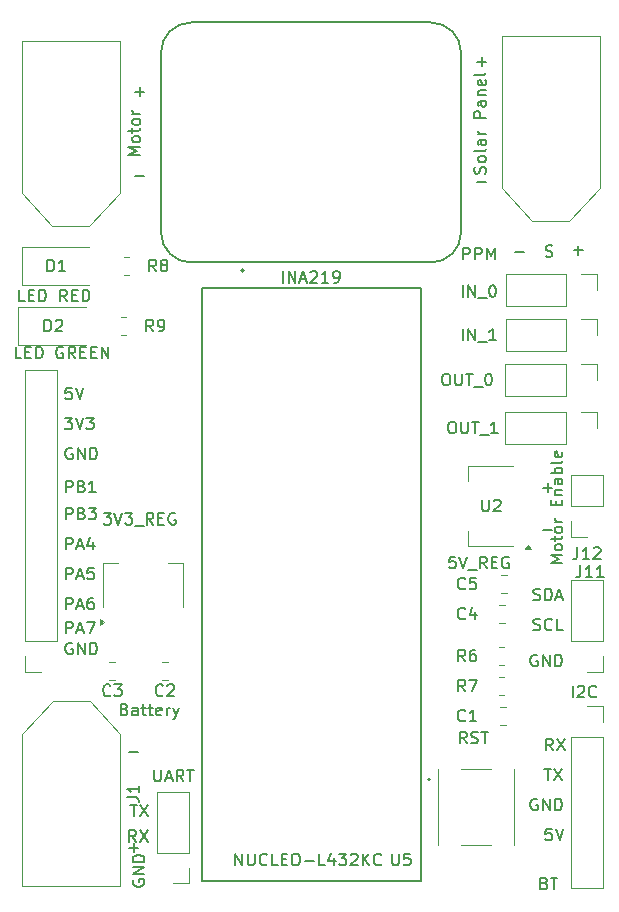
<source format=gbr>
%TF.GenerationSoftware,KiCad,Pcbnew,7.0.10-7.0.10~ubuntu22.04.1*%
%TF.CreationDate,2024-09-29T13:00:56+02:00*%
%TF.ProjectId,kicad,6b696361-642e-46b6-9963-61645f706362,rev?*%
%TF.SameCoordinates,Original*%
%TF.FileFunction,Legend,Top*%
%TF.FilePolarity,Positive*%
%FSLAX46Y46*%
G04 Gerber Fmt 4.6, Leading zero omitted, Abs format (unit mm)*
G04 Created by KiCad (PCBNEW 7.0.10-7.0.10~ubuntu22.04.1) date 2024-09-29 13:00:56*
%MOMM*%
%LPD*%
G01*
G04 APERTURE LIST*
%ADD10C,0.150000*%
%ADD11C,0.120000*%
%ADD12C,0.127000*%
%ADD13C,0.200000*%
G04 APERTURE END LIST*
D10*
X108540779Y-125472866D02*
X109302684Y-125472866D01*
X108921731Y-125853819D02*
X108921731Y-125091914D01*
X108540779Y-117344866D02*
X109302684Y-117344866D01*
X143592779Y-94992866D02*
X144354684Y-94992866D01*
X143973731Y-95373819D02*
X143973731Y-94611914D01*
X143592779Y-98548866D02*
X144354684Y-98548866D01*
X138004779Y-58924866D02*
X138766684Y-58924866D01*
X138385731Y-59305819D02*
X138385731Y-58543914D01*
X138004779Y-69084866D02*
X138766684Y-69084866D01*
X109048779Y-68576866D02*
X109810684Y-68576866D01*
X109048779Y-61464866D02*
X109810684Y-61464866D01*
X109429731Y-61845819D02*
X109429731Y-61083914D01*
X136842667Y-75638819D02*
X136842667Y-74638819D01*
X136842667Y-74638819D02*
X137223619Y-74638819D01*
X137223619Y-74638819D02*
X137318857Y-74686438D01*
X137318857Y-74686438D02*
X137366476Y-74734057D01*
X137366476Y-74734057D02*
X137414095Y-74829295D01*
X137414095Y-74829295D02*
X137414095Y-74972152D01*
X137414095Y-74972152D02*
X137366476Y-75067390D01*
X137366476Y-75067390D02*
X137318857Y-75115009D01*
X137318857Y-75115009D02*
X137223619Y-75162628D01*
X137223619Y-75162628D02*
X136842667Y-75162628D01*
X137842667Y-75638819D02*
X137842667Y-74638819D01*
X137842667Y-74638819D02*
X138223619Y-74638819D01*
X138223619Y-74638819D02*
X138318857Y-74686438D01*
X138318857Y-74686438D02*
X138366476Y-74734057D01*
X138366476Y-74734057D02*
X138414095Y-74829295D01*
X138414095Y-74829295D02*
X138414095Y-74972152D01*
X138414095Y-74972152D02*
X138366476Y-75067390D01*
X138366476Y-75067390D02*
X138318857Y-75115009D01*
X138318857Y-75115009D02*
X138223619Y-75162628D01*
X138223619Y-75162628D02*
X137842667Y-75162628D01*
X138842667Y-75638819D02*
X138842667Y-74638819D01*
X138842667Y-74638819D02*
X139176000Y-75353104D01*
X139176000Y-75353104D02*
X139509333Y-74638819D01*
X139509333Y-74638819D02*
X139509333Y-75638819D01*
X109112207Y-124964819D02*
X108778874Y-124488628D01*
X108540779Y-124964819D02*
X108540779Y-123964819D01*
X108540779Y-123964819D02*
X108921731Y-123964819D01*
X108921731Y-123964819D02*
X109016969Y-124012438D01*
X109016969Y-124012438D02*
X109064588Y-124060057D01*
X109064588Y-124060057D02*
X109112207Y-124155295D01*
X109112207Y-124155295D02*
X109112207Y-124298152D01*
X109112207Y-124298152D02*
X109064588Y-124393390D01*
X109064588Y-124393390D02*
X109016969Y-124441009D01*
X109016969Y-124441009D02*
X108921731Y-124488628D01*
X108921731Y-124488628D02*
X108540779Y-124488628D01*
X109445541Y-123964819D02*
X110112207Y-124964819D01*
X110112207Y-123964819D02*
X109445541Y-124964819D01*
X108899438Y-128171411D02*
X108851819Y-128266649D01*
X108851819Y-128266649D02*
X108851819Y-128409506D01*
X108851819Y-128409506D02*
X108899438Y-128552363D01*
X108899438Y-128552363D02*
X108994676Y-128647601D01*
X108994676Y-128647601D02*
X109089914Y-128695220D01*
X109089914Y-128695220D02*
X109280390Y-128742839D01*
X109280390Y-128742839D02*
X109423247Y-128742839D01*
X109423247Y-128742839D02*
X109613723Y-128695220D01*
X109613723Y-128695220D02*
X109708961Y-128647601D01*
X109708961Y-128647601D02*
X109804200Y-128552363D01*
X109804200Y-128552363D02*
X109851819Y-128409506D01*
X109851819Y-128409506D02*
X109851819Y-128314268D01*
X109851819Y-128314268D02*
X109804200Y-128171411D01*
X109804200Y-128171411D02*
X109756580Y-128123792D01*
X109756580Y-128123792D02*
X109423247Y-128123792D01*
X109423247Y-128123792D02*
X109423247Y-128314268D01*
X109851819Y-127695220D02*
X108851819Y-127695220D01*
X108851819Y-127695220D02*
X109851819Y-127123792D01*
X109851819Y-127123792D02*
X108851819Y-127123792D01*
X109851819Y-126647601D02*
X108851819Y-126647601D01*
X108851819Y-126647601D02*
X108851819Y-126409506D01*
X108851819Y-126409506D02*
X108899438Y-126266649D01*
X108899438Y-126266649D02*
X108994676Y-126171411D01*
X108994676Y-126171411D02*
X109089914Y-126123792D01*
X109089914Y-126123792D02*
X109280390Y-126076173D01*
X109280390Y-126076173D02*
X109423247Y-126076173D01*
X109423247Y-126076173D02*
X109613723Y-126123792D01*
X109613723Y-126123792D02*
X109708961Y-126171411D01*
X109708961Y-126171411D02*
X109804200Y-126266649D01*
X109804200Y-126266649D02*
X109851819Y-126409506D01*
X109851819Y-126409506D02*
X109851819Y-126647601D01*
X108651922Y-121805819D02*
X109223350Y-121805819D01*
X108937636Y-122805819D02*
X108937636Y-121805819D01*
X109461446Y-121805819D02*
X110128112Y-122805819D01*
X110128112Y-121805819D02*
X109461446Y-122805819D01*
X103682969Y-86499819D02*
X103206779Y-86499819D01*
X103206779Y-86499819D02*
X103159160Y-86976009D01*
X103159160Y-86976009D02*
X103206779Y-86928390D01*
X103206779Y-86928390D02*
X103302017Y-86880771D01*
X103302017Y-86880771D02*
X103540112Y-86880771D01*
X103540112Y-86880771D02*
X103635350Y-86928390D01*
X103635350Y-86928390D02*
X103682969Y-86976009D01*
X103682969Y-86976009D02*
X103730588Y-87071247D01*
X103730588Y-87071247D02*
X103730588Y-87309342D01*
X103730588Y-87309342D02*
X103682969Y-87404580D01*
X103682969Y-87404580D02*
X103635350Y-87452200D01*
X103635350Y-87452200D02*
X103540112Y-87499819D01*
X103540112Y-87499819D02*
X103302017Y-87499819D01*
X103302017Y-87499819D02*
X103206779Y-87452200D01*
X103206779Y-87452200D02*
X103159160Y-87404580D01*
X104016303Y-86499819D02*
X104349636Y-87499819D01*
X104349636Y-87499819D02*
X104682969Y-86499819D01*
X103111541Y-89039819D02*
X103730588Y-89039819D01*
X103730588Y-89039819D02*
X103397255Y-89420771D01*
X103397255Y-89420771D02*
X103540112Y-89420771D01*
X103540112Y-89420771D02*
X103635350Y-89468390D01*
X103635350Y-89468390D02*
X103682969Y-89516009D01*
X103682969Y-89516009D02*
X103730588Y-89611247D01*
X103730588Y-89611247D02*
X103730588Y-89849342D01*
X103730588Y-89849342D02*
X103682969Y-89944580D01*
X103682969Y-89944580D02*
X103635350Y-89992200D01*
X103635350Y-89992200D02*
X103540112Y-90039819D01*
X103540112Y-90039819D02*
X103254398Y-90039819D01*
X103254398Y-90039819D02*
X103159160Y-89992200D01*
X103159160Y-89992200D02*
X103111541Y-89944580D01*
X104016303Y-89039819D02*
X104349636Y-90039819D01*
X104349636Y-90039819D02*
X104682969Y-89039819D01*
X104921065Y-89039819D02*
X105540112Y-89039819D01*
X105540112Y-89039819D02*
X105206779Y-89420771D01*
X105206779Y-89420771D02*
X105349636Y-89420771D01*
X105349636Y-89420771D02*
X105444874Y-89468390D01*
X105444874Y-89468390D02*
X105492493Y-89516009D01*
X105492493Y-89516009D02*
X105540112Y-89611247D01*
X105540112Y-89611247D02*
X105540112Y-89849342D01*
X105540112Y-89849342D02*
X105492493Y-89944580D01*
X105492493Y-89944580D02*
X105444874Y-89992200D01*
X105444874Y-89992200D02*
X105349636Y-90039819D01*
X105349636Y-90039819D02*
X105063922Y-90039819D01*
X105063922Y-90039819D02*
X104968684Y-89992200D01*
X104968684Y-89992200D02*
X104921065Y-89944580D01*
X103730588Y-91627438D02*
X103635350Y-91579819D01*
X103635350Y-91579819D02*
X103492493Y-91579819D01*
X103492493Y-91579819D02*
X103349636Y-91627438D01*
X103349636Y-91627438D02*
X103254398Y-91722676D01*
X103254398Y-91722676D02*
X103206779Y-91817914D01*
X103206779Y-91817914D02*
X103159160Y-92008390D01*
X103159160Y-92008390D02*
X103159160Y-92151247D01*
X103159160Y-92151247D02*
X103206779Y-92341723D01*
X103206779Y-92341723D02*
X103254398Y-92436961D01*
X103254398Y-92436961D02*
X103349636Y-92532200D01*
X103349636Y-92532200D02*
X103492493Y-92579819D01*
X103492493Y-92579819D02*
X103587731Y-92579819D01*
X103587731Y-92579819D02*
X103730588Y-92532200D01*
X103730588Y-92532200D02*
X103778207Y-92484580D01*
X103778207Y-92484580D02*
X103778207Y-92151247D01*
X103778207Y-92151247D02*
X103587731Y-92151247D01*
X104206779Y-92579819D02*
X104206779Y-91579819D01*
X104206779Y-91579819D02*
X104778207Y-92579819D01*
X104778207Y-92579819D02*
X104778207Y-91579819D01*
X105254398Y-92579819D02*
X105254398Y-91579819D01*
X105254398Y-91579819D02*
X105492493Y-91579819D01*
X105492493Y-91579819D02*
X105635350Y-91627438D01*
X105635350Y-91627438D02*
X105730588Y-91722676D01*
X105730588Y-91722676D02*
X105778207Y-91817914D01*
X105778207Y-91817914D02*
X105825826Y-92008390D01*
X105825826Y-92008390D02*
X105825826Y-92151247D01*
X105825826Y-92151247D02*
X105778207Y-92341723D01*
X105778207Y-92341723D02*
X105730588Y-92436961D01*
X105730588Y-92436961D02*
X105635350Y-92532200D01*
X105635350Y-92532200D02*
X105492493Y-92579819D01*
X105492493Y-92579819D02*
X105254398Y-92579819D01*
X103206779Y-95373819D02*
X103206779Y-94373819D01*
X103206779Y-94373819D02*
X103587731Y-94373819D01*
X103587731Y-94373819D02*
X103682969Y-94421438D01*
X103682969Y-94421438D02*
X103730588Y-94469057D01*
X103730588Y-94469057D02*
X103778207Y-94564295D01*
X103778207Y-94564295D02*
X103778207Y-94707152D01*
X103778207Y-94707152D02*
X103730588Y-94802390D01*
X103730588Y-94802390D02*
X103682969Y-94850009D01*
X103682969Y-94850009D02*
X103587731Y-94897628D01*
X103587731Y-94897628D02*
X103206779Y-94897628D01*
X104540112Y-94850009D02*
X104682969Y-94897628D01*
X104682969Y-94897628D02*
X104730588Y-94945247D01*
X104730588Y-94945247D02*
X104778207Y-95040485D01*
X104778207Y-95040485D02*
X104778207Y-95183342D01*
X104778207Y-95183342D02*
X104730588Y-95278580D01*
X104730588Y-95278580D02*
X104682969Y-95326200D01*
X104682969Y-95326200D02*
X104587731Y-95373819D01*
X104587731Y-95373819D02*
X104206779Y-95373819D01*
X104206779Y-95373819D02*
X104206779Y-94373819D01*
X104206779Y-94373819D02*
X104540112Y-94373819D01*
X104540112Y-94373819D02*
X104635350Y-94421438D01*
X104635350Y-94421438D02*
X104682969Y-94469057D01*
X104682969Y-94469057D02*
X104730588Y-94564295D01*
X104730588Y-94564295D02*
X104730588Y-94659533D01*
X104730588Y-94659533D02*
X104682969Y-94754771D01*
X104682969Y-94754771D02*
X104635350Y-94802390D01*
X104635350Y-94802390D02*
X104540112Y-94850009D01*
X104540112Y-94850009D02*
X104206779Y-94850009D01*
X105730588Y-95373819D02*
X105159160Y-95373819D01*
X105444874Y-95373819D02*
X105444874Y-94373819D01*
X105444874Y-94373819D02*
X105349636Y-94516676D01*
X105349636Y-94516676D02*
X105254398Y-94611914D01*
X105254398Y-94611914D02*
X105159160Y-94659533D01*
X103206779Y-97659819D02*
X103206779Y-96659819D01*
X103206779Y-96659819D02*
X103587731Y-96659819D01*
X103587731Y-96659819D02*
X103682969Y-96707438D01*
X103682969Y-96707438D02*
X103730588Y-96755057D01*
X103730588Y-96755057D02*
X103778207Y-96850295D01*
X103778207Y-96850295D02*
X103778207Y-96993152D01*
X103778207Y-96993152D02*
X103730588Y-97088390D01*
X103730588Y-97088390D02*
X103682969Y-97136009D01*
X103682969Y-97136009D02*
X103587731Y-97183628D01*
X103587731Y-97183628D02*
X103206779Y-97183628D01*
X104540112Y-97136009D02*
X104682969Y-97183628D01*
X104682969Y-97183628D02*
X104730588Y-97231247D01*
X104730588Y-97231247D02*
X104778207Y-97326485D01*
X104778207Y-97326485D02*
X104778207Y-97469342D01*
X104778207Y-97469342D02*
X104730588Y-97564580D01*
X104730588Y-97564580D02*
X104682969Y-97612200D01*
X104682969Y-97612200D02*
X104587731Y-97659819D01*
X104587731Y-97659819D02*
X104206779Y-97659819D01*
X104206779Y-97659819D02*
X104206779Y-96659819D01*
X104206779Y-96659819D02*
X104540112Y-96659819D01*
X104540112Y-96659819D02*
X104635350Y-96707438D01*
X104635350Y-96707438D02*
X104682969Y-96755057D01*
X104682969Y-96755057D02*
X104730588Y-96850295D01*
X104730588Y-96850295D02*
X104730588Y-96945533D01*
X104730588Y-96945533D02*
X104682969Y-97040771D01*
X104682969Y-97040771D02*
X104635350Y-97088390D01*
X104635350Y-97088390D02*
X104540112Y-97136009D01*
X104540112Y-97136009D02*
X104206779Y-97136009D01*
X105111541Y-96659819D02*
X105730588Y-96659819D01*
X105730588Y-96659819D02*
X105397255Y-97040771D01*
X105397255Y-97040771D02*
X105540112Y-97040771D01*
X105540112Y-97040771D02*
X105635350Y-97088390D01*
X105635350Y-97088390D02*
X105682969Y-97136009D01*
X105682969Y-97136009D02*
X105730588Y-97231247D01*
X105730588Y-97231247D02*
X105730588Y-97469342D01*
X105730588Y-97469342D02*
X105682969Y-97564580D01*
X105682969Y-97564580D02*
X105635350Y-97612200D01*
X105635350Y-97612200D02*
X105540112Y-97659819D01*
X105540112Y-97659819D02*
X105254398Y-97659819D01*
X105254398Y-97659819D02*
X105159160Y-97612200D01*
X105159160Y-97612200D02*
X105111541Y-97564580D01*
X103206779Y-100199819D02*
X103206779Y-99199819D01*
X103206779Y-99199819D02*
X103587731Y-99199819D01*
X103587731Y-99199819D02*
X103682969Y-99247438D01*
X103682969Y-99247438D02*
X103730588Y-99295057D01*
X103730588Y-99295057D02*
X103778207Y-99390295D01*
X103778207Y-99390295D02*
X103778207Y-99533152D01*
X103778207Y-99533152D02*
X103730588Y-99628390D01*
X103730588Y-99628390D02*
X103682969Y-99676009D01*
X103682969Y-99676009D02*
X103587731Y-99723628D01*
X103587731Y-99723628D02*
X103206779Y-99723628D01*
X104159160Y-99914104D02*
X104635350Y-99914104D01*
X104063922Y-100199819D02*
X104397255Y-99199819D01*
X104397255Y-99199819D02*
X104730588Y-100199819D01*
X105492493Y-99533152D02*
X105492493Y-100199819D01*
X105254398Y-99152200D02*
X105016303Y-99866485D01*
X105016303Y-99866485D02*
X105635350Y-99866485D01*
X103206779Y-102739819D02*
X103206779Y-101739819D01*
X103206779Y-101739819D02*
X103587731Y-101739819D01*
X103587731Y-101739819D02*
X103682969Y-101787438D01*
X103682969Y-101787438D02*
X103730588Y-101835057D01*
X103730588Y-101835057D02*
X103778207Y-101930295D01*
X103778207Y-101930295D02*
X103778207Y-102073152D01*
X103778207Y-102073152D02*
X103730588Y-102168390D01*
X103730588Y-102168390D02*
X103682969Y-102216009D01*
X103682969Y-102216009D02*
X103587731Y-102263628D01*
X103587731Y-102263628D02*
X103206779Y-102263628D01*
X104159160Y-102454104D02*
X104635350Y-102454104D01*
X104063922Y-102739819D02*
X104397255Y-101739819D01*
X104397255Y-101739819D02*
X104730588Y-102739819D01*
X105540112Y-101739819D02*
X105063922Y-101739819D01*
X105063922Y-101739819D02*
X105016303Y-102216009D01*
X105016303Y-102216009D02*
X105063922Y-102168390D01*
X105063922Y-102168390D02*
X105159160Y-102120771D01*
X105159160Y-102120771D02*
X105397255Y-102120771D01*
X105397255Y-102120771D02*
X105492493Y-102168390D01*
X105492493Y-102168390D02*
X105540112Y-102216009D01*
X105540112Y-102216009D02*
X105587731Y-102311247D01*
X105587731Y-102311247D02*
X105587731Y-102549342D01*
X105587731Y-102549342D02*
X105540112Y-102644580D01*
X105540112Y-102644580D02*
X105492493Y-102692200D01*
X105492493Y-102692200D02*
X105397255Y-102739819D01*
X105397255Y-102739819D02*
X105159160Y-102739819D01*
X105159160Y-102739819D02*
X105063922Y-102692200D01*
X105063922Y-102692200D02*
X105016303Y-102644580D01*
X103206779Y-105279819D02*
X103206779Y-104279819D01*
X103206779Y-104279819D02*
X103587731Y-104279819D01*
X103587731Y-104279819D02*
X103682969Y-104327438D01*
X103682969Y-104327438D02*
X103730588Y-104375057D01*
X103730588Y-104375057D02*
X103778207Y-104470295D01*
X103778207Y-104470295D02*
X103778207Y-104613152D01*
X103778207Y-104613152D02*
X103730588Y-104708390D01*
X103730588Y-104708390D02*
X103682969Y-104756009D01*
X103682969Y-104756009D02*
X103587731Y-104803628D01*
X103587731Y-104803628D02*
X103206779Y-104803628D01*
X104159160Y-104994104D02*
X104635350Y-104994104D01*
X104063922Y-105279819D02*
X104397255Y-104279819D01*
X104397255Y-104279819D02*
X104730588Y-105279819D01*
X105492493Y-104279819D02*
X105302017Y-104279819D01*
X105302017Y-104279819D02*
X105206779Y-104327438D01*
X105206779Y-104327438D02*
X105159160Y-104375057D01*
X105159160Y-104375057D02*
X105063922Y-104517914D01*
X105063922Y-104517914D02*
X105016303Y-104708390D01*
X105016303Y-104708390D02*
X105016303Y-105089342D01*
X105016303Y-105089342D02*
X105063922Y-105184580D01*
X105063922Y-105184580D02*
X105111541Y-105232200D01*
X105111541Y-105232200D02*
X105206779Y-105279819D01*
X105206779Y-105279819D02*
X105397255Y-105279819D01*
X105397255Y-105279819D02*
X105492493Y-105232200D01*
X105492493Y-105232200D02*
X105540112Y-105184580D01*
X105540112Y-105184580D02*
X105587731Y-105089342D01*
X105587731Y-105089342D02*
X105587731Y-104851247D01*
X105587731Y-104851247D02*
X105540112Y-104756009D01*
X105540112Y-104756009D02*
X105492493Y-104708390D01*
X105492493Y-104708390D02*
X105397255Y-104660771D01*
X105397255Y-104660771D02*
X105206779Y-104660771D01*
X105206779Y-104660771D02*
X105111541Y-104708390D01*
X105111541Y-104708390D02*
X105063922Y-104756009D01*
X105063922Y-104756009D02*
X105016303Y-104851247D01*
X103206779Y-107311819D02*
X103206779Y-106311819D01*
X103206779Y-106311819D02*
X103587731Y-106311819D01*
X103587731Y-106311819D02*
X103682969Y-106359438D01*
X103682969Y-106359438D02*
X103730588Y-106407057D01*
X103730588Y-106407057D02*
X103778207Y-106502295D01*
X103778207Y-106502295D02*
X103778207Y-106645152D01*
X103778207Y-106645152D02*
X103730588Y-106740390D01*
X103730588Y-106740390D02*
X103682969Y-106788009D01*
X103682969Y-106788009D02*
X103587731Y-106835628D01*
X103587731Y-106835628D02*
X103206779Y-106835628D01*
X104159160Y-107026104D02*
X104635350Y-107026104D01*
X104063922Y-107311819D02*
X104397255Y-106311819D01*
X104397255Y-106311819D02*
X104730588Y-107311819D01*
X104968684Y-106311819D02*
X105635350Y-106311819D01*
X105635350Y-106311819D02*
X105206779Y-107311819D01*
X103730588Y-108137438D02*
X103635350Y-108089819D01*
X103635350Y-108089819D02*
X103492493Y-108089819D01*
X103492493Y-108089819D02*
X103349636Y-108137438D01*
X103349636Y-108137438D02*
X103254398Y-108232676D01*
X103254398Y-108232676D02*
X103206779Y-108327914D01*
X103206779Y-108327914D02*
X103159160Y-108518390D01*
X103159160Y-108518390D02*
X103159160Y-108661247D01*
X103159160Y-108661247D02*
X103206779Y-108851723D01*
X103206779Y-108851723D02*
X103254398Y-108946961D01*
X103254398Y-108946961D02*
X103349636Y-109042200D01*
X103349636Y-109042200D02*
X103492493Y-109089819D01*
X103492493Y-109089819D02*
X103587731Y-109089819D01*
X103587731Y-109089819D02*
X103730588Y-109042200D01*
X103730588Y-109042200D02*
X103778207Y-108994580D01*
X103778207Y-108994580D02*
X103778207Y-108661247D01*
X103778207Y-108661247D02*
X103587731Y-108661247D01*
X104206779Y-109089819D02*
X104206779Y-108089819D01*
X104206779Y-108089819D02*
X104778207Y-109089819D01*
X104778207Y-109089819D02*
X104778207Y-108089819D01*
X105254398Y-109089819D02*
X105254398Y-108089819D01*
X105254398Y-108089819D02*
X105492493Y-108089819D01*
X105492493Y-108089819D02*
X105635350Y-108137438D01*
X105635350Y-108137438D02*
X105730588Y-108232676D01*
X105730588Y-108232676D02*
X105778207Y-108327914D01*
X105778207Y-108327914D02*
X105825826Y-108518390D01*
X105825826Y-108518390D02*
X105825826Y-108661247D01*
X105825826Y-108661247D02*
X105778207Y-108851723D01*
X105778207Y-108851723D02*
X105730588Y-108946961D01*
X105730588Y-108946961D02*
X105635350Y-109042200D01*
X105635350Y-109042200D02*
X105492493Y-109089819D01*
X105492493Y-109089819D02*
X105254398Y-109089819D01*
X143100588Y-109153438D02*
X143005350Y-109105819D01*
X143005350Y-109105819D02*
X142862493Y-109105819D01*
X142862493Y-109105819D02*
X142719636Y-109153438D01*
X142719636Y-109153438D02*
X142624398Y-109248676D01*
X142624398Y-109248676D02*
X142576779Y-109343914D01*
X142576779Y-109343914D02*
X142529160Y-109534390D01*
X142529160Y-109534390D02*
X142529160Y-109677247D01*
X142529160Y-109677247D02*
X142576779Y-109867723D01*
X142576779Y-109867723D02*
X142624398Y-109962961D01*
X142624398Y-109962961D02*
X142719636Y-110058200D01*
X142719636Y-110058200D02*
X142862493Y-110105819D01*
X142862493Y-110105819D02*
X142957731Y-110105819D01*
X142957731Y-110105819D02*
X143100588Y-110058200D01*
X143100588Y-110058200D02*
X143148207Y-110010580D01*
X143148207Y-110010580D02*
X143148207Y-109677247D01*
X143148207Y-109677247D02*
X142957731Y-109677247D01*
X143576779Y-110105819D02*
X143576779Y-109105819D01*
X143576779Y-109105819D02*
X144148207Y-110105819D01*
X144148207Y-110105819D02*
X144148207Y-109105819D01*
X144624398Y-110105819D02*
X144624398Y-109105819D01*
X144624398Y-109105819D02*
X144862493Y-109105819D01*
X144862493Y-109105819D02*
X145005350Y-109153438D01*
X145005350Y-109153438D02*
X145100588Y-109248676D01*
X145100588Y-109248676D02*
X145148207Y-109343914D01*
X145148207Y-109343914D02*
X145195826Y-109534390D01*
X145195826Y-109534390D02*
X145195826Y-109677247D01*
X145195826Y-109677247D02*
X145148207Y-109867723D01*
X145148207Y-109867723D02*
X145100588Y-109962961D01*
X145100588Y-109962961D02*
X145005350Y-110058200D01*
X145005350Y-110058200D02*
X144862493Y-110105819D01*
X144862493Y-110105819D02*
X144624398Y-110105819D01*
X142783160Y-107010200D02*
X142926017Y-107057819D01*
X142926017Y-107057819D02*
X143164112Y-107057819D01*
X143164112Y-107057819D02*
X143259350Y-107010200D01*
X143259350Y-107010200D02*
X143306969Y-106962580D01*
X143306969Y-106962580D02*
X143354588Y-106867342D01*
X143354588Y-106867342D02*
X143354588Y-106772104D01*
X143354588Y-106772104D02*
X143306969Y-106676866D01*
X143306969Y-106676866D02*
X143259350Y-106629247D01*
X143259350Y-106629247D02*
X143164112Y-106581628D01*
X143164112Y-106581628D02*
X142973636Y-106534009D01*
X142973636Y-106534009D02*
X142878398Y-106486390D01*
X142878398Y-106486390D02*
X142830779Y-106438771D01*
X142830779Y-106438771D02*
X142783160Y-106343533D01*
X142783160Y-106343533D02*
X142783160Y-106248295D01*
X142783160Y-106248295D02*
X142830779Y-106153057D01*
X142830779Y-106153057D02*
X142878398Y-106105438D01*
X142878398Y-106105438D02*
X142973636Y-106057819D01*
X142973636Y-106057819D02*
X143211731Y-106057819D01*
X143211731Y-106057819D02*
X143354588Y-106105438D01*
X144354588Y-106962580D02*
X144306969Y-107010200D01*
X144306969Y-107010200D02*
X144164112Y-107057819D01*
X144164112Y-107057819D02*
X144068874Y-107057819D01*
X144068874Y-107057819D02*
X143926017Y-107010200D01*
X143926017Y-107010200D02*
X143830779Y-106914961D01*
X143830779Y-106914961D02*
X143783160Y-106819723D01*
X143783160Y-106819723D02*
X143735541Y-106629247D01*
X143735541Y-106629247D02*
X143735541Y-106486390D01*
X143735541Y-106486390D02*
X143783160Y-106295914D01*
X143783160Y-106295914D02*
X143830779Y-106200676D01*
X143830779Y-106200676D02*
X143926017Y-106105438D01*
X143926017Y-106105438D02*
X144068874Y-106057819D01*
X144068874Y-106057819D02*
X144164112Y-106057819D01*
X144164112Y-106057819D02*
X144306969Y-106105438D01*
X144306969Y-106105438D02*
X144354588Y-106153057D01*
X145259350Y-107057819D02*
X144783160Y-107057819D01*
X144783160Y-107057819D02*
X144783160Y-106057819D01*
X142783160Y-104470200D02*
X142926017Y-104517819D01*
X142926017Y-104517819D02*
X143164112Y-104517819D01*
X143164112Y-104517819D02*
X143259350Y-104470200D01*
X143259350Y-104470200D02*
X143306969Y-104422580D01*
X143306969Y-104422580D02*
X143354588Y-104327342D01*
X143354588Y-104327342D02*
X143354588Y-104232104D01*
X143354588Y-104232104D02*
X143306969Y-104136866D01*
X143306969Y-104136866D02*
X143259350Y-104089247D01*
X143259350Y-104089247D02*
X143164112Y-104041628D01*
X143164112Y-104041628D02*
X142973636Y-103994009D01*
X142973636Y-103994009D02*
X142878398Y-103946390D01*
X142878398Y-103946390D02*
X142830779Y-103898771D01*
X142830779Y-103898771D02*
X142783160Y-103803533D01*
X142783160Y-103803533D02*
X142783160Y-103708295D01*
X142783160Y-103708295D02*
X142830779Y-103613057D01*
X142830779Y-103613057D02*
X142878398Y-103565438D01*
X142878398Y-103565438D02*
X142973636Y-103517819D01*
X142973636Y-103517819D02*
X143211731Y-103517819D01*
X143211731Y-103517819D02*
X143354588Y-103565438D01*
X143783160Y-104517819D02*
X143783160Y-103517819D01*
X143783160Y-103517819D02*
X144021255Y-103517819D01*
X144021255Y-103517819D02*
X144164112Y-103565438D01*
X144164112Y-103565438D02*
X144259350Y-103660676D01*
X144259350Y-103660676D02*
X144306969Y-103755914D01*
X144306969Y-103755914D02*
X144354588Y-103946390D01*
X144354588Y-103946390D02*
X144354588Y-104089247D01*
X144354588Y-104089247D02*
X144306969Y-104279723D01*
X144306969Y-104279723D02*
X144259350Y-104374961D01*
X144259350Y-104374961D02*
X144164112Y-104470200D01*
X144164112Y-104470200D02*
X144021255Y-104517819D01*
X144021255Y-104517819D02*
X143783160Y-104517819D01*
X144735541Y-104232104D02*
X145211731Y-104232104D01*
X144640303Y-104517819D02*
X144973636Y-103517819D01*
X144973636Y-103517819D02*
X145306969Y-104517819D01*
X144322969Y-123837819D02*
X143846779Y-123837819D01*
X143846779Y-123837819D02*
X143799160Y-124314009D01*
X143799160Y-124314009D02*
X143846779Y-124266390D01*
X143846779Y-124266390D02*
X143942017Y-124218771D01*
X143942017Y-124218771D02*
X144180112Y-124218771D01*
X144180112Y-124218771D02*
X144275350Y-124266390D01*
X144275350Y-124266390D02*
X144322969Y-124314009D01*
X144322969Y-124314009D02*
X144370588Y-124409247D01*
X144370588Y-124409247D02*
X144370588Y-124647342D01*
X144370588Y-124647342D02*
X144322969Y-124742580D01*
X144322969Y-124742580D02*
X144275350Y-124790200D01*
X144275350Y-124790200D02*
X144180112Y-124837819D01*
X144180112Y-124837819D02*
X143942017Y-124837819D01*
X143942017Y-124837819D02*
X143846779Y-124790200D01*
X143846779Y-124790200D02*
X143799160Y-124742580D01*
X144656303Y-123837819D02*
X144989636Y-124837819D01*
X144989636Y-124837819D02*
X145322969Y-123837819D01*
X143100588Y-121345438D02*
X143005350Y-121297819D01*
X143005350Y-121297819D02*
X142862493Y-121297819D01*
X142862493Y-121297819D02*
X142719636Y-121345438D01*
X142719636Y-121345438D02*
X142624398Y-121440676D01*
X142624398Y-121440676D02*
X142576779Y-121535914D01*
X142576779Y-121535914D02*
X142529160Y-121726390D01*
X142529160Y-121726390D02*
X142529160Y-121869247D01*
X142529160Y-121869247D02*
X142576779Y-122059723D01*
X142576779Y-122059723D02*
X142624398Y-122154961D01*
X142624398Y-122154961D02*
X142719636Y-122250200D01*
X142719636Y-122250200D02*
X142862493Y-122297819D01*
X142862493Y-122297819D02*
X142957731Y-122297819D01*
X142957731Y-122297819D02*
X143100588Y-122250200D01*
X143100588Y-122250200D02*
X143148207Y-122202580D01*
X143148207Y-122202580D02*
X143148207Y-121869247D01*
X143148207Y-121869247D02*
X142957731Y-121869247D01*
X143576779Y-122297819D02*
X143576779Y-121297819D01*
X143576779Y-121297819D02*
X144148207Y-122297819D01*
X144148207Y-122297819D02*
X144148207Y-121297819D01*
X144624398Y-122297819D02*
X144624398Y-121297819D01*
X144624398Y-121297819D02*
X144862493Y-121297819D01*
X144862493Y-121297819D02*
X145005350Y-121345438D01*
X145005350Y-121345438D02*
X145100588Y-121440676D01*
X145100588Y-121440676D02*
X145148207Y-121535914D01*
X145148207Y-121535914D02*
X145195826Y-121726390D01*
X145195826Y-121726390D02*
X145195826Y-121869247D01*
X145195826Y-121869247D02*
X145148207Y-122059723D01*
X145148207Y-122059723D02*
X145100588Y-122154961D01*
X145100588Y-122154961D02*
X145005350Y-122250200D01*
X145005350Y-122250200D02*
X144862493Y-122297819D01*
X144862493Y-122297819D02*
X144624398Y-122297819D01*
X144418207Y-117217819D02*
X144084874Y-116741628D01*
X143846779Y-117217819D02*
X143846779Y-116217819D01*
X143846779Y-116217819D02*
X144227731Y-116217819D01*
X144227731Y-116217819D02*
X144322969Y-116265438D01*
X144322969Y-116265438D02*
X144370588Y-116313057D01*
X144370588Y-116313057D02*
X144418207Y-116408295D01*
X144418207Y-116408295D02*
X144418207Y-116551152D01*
X144418207Y-116551152D02*
X144370588Y-116646390D01*
X144370588Y-116646390D02*
X144322969Y-116694009D01*
X144322969Y-116694009D02*
X144227731Y-116741628D01*
X144227731Y-116741628D02*
X143846779Y-116741628D01*
X144751541Y-116217819D02*
X145418207Y-117217819D01*
X145418207Y-116217819D02*
X144751541Y-117217819D01*
X143703922Y-118757819D02*
X144275350Y-118757819D01*
X143989636Y-119757819D02*
X143989636Y-118757819D01*
X144513446Y-118757819D02*
X145180112Y-119757819D01*
X145180112Y-118757819D02*
X144513446Y-119757819D01*
X146576133Y-74504779D02*
X146576133Y-75266684D01*
X146195180Y-74885731D02*
X146957085Y-74885731D01*
X144378839Y-74472800D02*
X144235982Y-74425180D01*
X144235982Y-74425180D02*
X143997887Y-74425180D01*
X143997887Y-74425180D02*
X143902649Y-74472800D01*
X143902649Y-74472800D02*
X143855030Y-74520419D01*
X143855030Y-74520419D02*
X143807411Y-74615657D01*
X143807411Y-74615657D02*
X143807411Y-74710895D01*
X143807411Y-74710895D02*
X143855030Y-74806133D01*
X143855030Y-74806133D02*
X143902649Y-74853752D01*
X143902649Y-74853752D02*
X143997887Y-74901371D01*
X143997887Y-74901371D02*
X144188363Y-74948990D01*
X144188363Y-74948990D02*
X144283601Y-74996609D01*
X144283601Y-74996609D02*
X144331220Y-75044228D01*
X144331220Y-75044228D02*
X144378839Y-75139466D01*
X144378839Y-75139466D02*
X144378839Y-75234704D01*
X144378839Y-75234704D02*
X144331220Y-75329942D01*
X144331220Y-75329942D02*
X144283601Y-75377561D01*
X144283601Y-75377561D02*
X144188363Y-75425180D01*
X144188363Y-75425180D02*
X143950268Y-75425180D01*
X143950268Y-75425180D02*
X143807411Y-75377561D01*
X141194779Y-75053866D02*
X141956684Y-75053866D01*
X110672762Y-118834819D02*
X110672762Y-119644342D01*
X110672762Y-119644342D02*
X110720381Y-119739580D01*
X110720381Y-119739580D02*
X110768000Y-119787200D01*
X110768000Y-119787200D02*
X110863238Y-119834819D01*
X110863238Y-119834819D02*
X111053714Y-119834819D01*
X111053714Y-119834819D02*
X111148952Y-119787200D01*
X111148952Y-119787200D02*
X111196571Y-119739580D01*
X111196571Y-119739580D02*
X111244190Y-119644342D01*
X111244190Y-119644342D02*
X111244190Y-118834819D01*
X111672762Y-119549104D02*
X112148952Y-119549104D01*
X111577524Y-119834819D02*
X111910857Y-118834819D01*
X111910857Y-118834819D02*
X112244190Y-119834819D01*
X113148952Y-119834819D02*
X112815619Y-119358628D01*
X112577524Y-119834819D02*
X112577524Y-118834819D01*
X112577524Y-118834819D02*
X112958476Y-118834819D01*
X112958476Y-118834819D02*
X113053714Y-118882438D01*
X113053714Y-118882438D02*
X113101333Y-118930057D01*
X113101333Y-118930057D02*
X113148952Y-119025295D01*
X113148952Y-119025295D02*
X113148952Y-119168152D01*
X113148952Y-119168152D02*
X113101333Y-119263390D01*
X113101333Y-119263390D02*
X113053714Y-119311009D01*
X113053714Y-119311009D02*
X112958476Y-119358628D01*
X112958476Y-119358628D02*
X112577524Y-119358628D01*
X113434667Y-118834819D02*
X114006095Y-118834819D01*
X113720381Y-119834819D02*
X113720381Y-118834819D01*
X137120380Y-116616819D02*
X136787047Y-116140628D01*
X136548952Y-116616819D02*
X136548952Y-115616819D01*
X136548952Y-115616819D02*
X136929904Y-115616819D01*
X136929904Y-115616819D02*
X137025142Y-115664438D01*
X137025142Y-115664438D02*
X137072761Y-115712057D01*
X137072761Y-115712057D02*
X137120380Y-115807295D01*
X137120380Y-115807295D02*
X137120380Y-115950152D01*
X137120380Y-115950152D02*
X137072761Y-116045390D01*
X137072761Y-116045390D02*
X137025142Y-116093009D01*
X137025142Y-116093009D02*
X136929904Y-116140628D01*
X136929904Y-116140628D02*
X136548952Y-116140628D01*
X137501333Y-116569200D02*
X137644190Y-116616819D01*
X137644190Y-116616819D02*
X137882285Y-116616819D01*
X137882285Y-116616819D02*
X137977523Y-116569200D01*
X137977523Y-116569200D02*
X138025142Y-116521580D01*
X138025142Y-116521580D02*
X138072761Y-116426342D01*
X138072761Y-116426342D02*
X138072761Y-116331104D01*
X138072761Y-116331104D02*
X138025142Y-116235866D01*
X138025142Y-116235866D02*
X137977523Y-116188247D01*
X137977523Y-116188247D02*
X137882285Y-116140628D01*
X137882285Y-116140628D02*
X137691809Y-116093009D01*
X137691809Y-116093009D02*
X137596571Y-116045390D01*
X137596571Y-116045390D02*
X137548952Y-115997771D01*
X137548952Y-115997771D02*
X137501333Y-115902533D01*
X137501333Y-115902533D02*
X137501333Y-115807295D01*
X137501333Y-115807295D02*
X137548952Y-115712057D01*
X137548952Y-115712057D02*
X137596571Y-115664438D01*
X137596571Y-115664438D02*
X137691809Y-115616819D01*
X137691809Y-115616819D02*
X137929904Y-115616819D01*
X137929904Y-115616819D02*
X138072761Y-115664438D01*
X138358476Y-115616819D02*
X138929904Y-115616819D01*
X138644190Y-116616819D02*
X138644190Y-115616819D01*
X130810095Y-125946819D02*
X130810095Y-126756342D01*
X130810095Y-126756342D02*
X130857714Y-126851580D01*
X130857714Y-126851580D02*
X130905333Y-126899200D01*
X130905333Y-126899200D02*
X131000571Y-126946819D01*
X131000571Y-126946819D02*
X131191047Y-126946819D01*
X131191047Y-126946819D02*
X131286285Y-126899200D01*
X131286285Y-126899200D02*
X131333904Y-126851580D01*
X131333904Y-126851580D02*
X131381523Y-126756342D01*
X131381523Y-126756342D02*
X131381523Y-125946819D01*
X132333904Y-125946819D02*
X131857714Y-125946819D01*
X131857714Y-125946819D02*
X131810095Y-126423009D01*
X131810095Y-126423009D02*
X131857714Y-126375390D01*
X131857714Y-126375390D02*
X131952952Y-126327771D01*
X131952952Y-126327771D02*
X132191047Y-126327771D01*
X132191047Y-126327771D02*
X132286285Y-126375390D01*
X132286285Y-126375390D02*
X132333904Y-126423009D01*
X132333904Y-126423009D02*
X132381523Y-126518247D01*
X132381523Y-126518247D02*
X132381523Y-126756342D01*
X132381523Y-126756342D02*
X132333904Y-126851580D01*
X132333904Y-126851580D02*
X132286285Y-126899200D01*
X132286285Y-126899200D02*
X132191047Y-126946819D01*
X132191047Y-126946819D02*
X131952952Y-126946819D01*
X131952952Y-126946819D02*
X131857714Y-126899200D01*
X131857714Y-126899200D02*
X131810095Y-126851580D01*
X117555143Y-126946819D02*
X117555143Y-125946819D01*
X117555143Y-125946819D02*
X118126571Y-126946819D01*
X118126571Y-126946819D02*
X118126571Y-125946819D01*
X118602762Y-125946819D02*
X118602762Y-126756342D01*
X118602762Y-126756342D02*
X118650381Y-126851580D01*
X118650381Y-126851580D02*
X118698000Y-126899200D01*
X118698000Y-126899200D02*
X118793238Y-126946819D01*
X118793238Y-126946819D02*
X118983714Y-126946819D01*
X118983714Y-126946819D02*
X119078952Y-126899200D01*
X119078952Y-126899200D02*
X119126571Y-126851580D01*
X119126571Y-126851580D02*
X119174190Y-126756342D01*
X119174190Y-126756342D02*
X119174190Y-125946819D01*
X120221809Y-126851580D02*
X120174190Y-126899200D01*
X120174190Y-126899200D02*
X120031333Y-126946819D01*
X120031333Y-126946819D02*
X119936095Y-126946819D01*
X119936095Y-126946819D02*
X119793238Y-126899200D01*
X119793238Y-126899200D02*
X119698000Y-126803961D01*
X119698000Y-126803961D02*
X119650381Y-126708723D01*
X119650381Y-126708723D02*
X119602762Y-126518247D01*
X119602762Y-126518247D02*
X119602762Y-126375390D01*
X119602762Y-126375390D02*
X119650381Y-126184914D01*
X119650381Y-126184914D02*
X119698000Y-126089676D01*
X119698000Y-126089676D02*
X119793238Y-125994438D01*
X119793238Y-125994438D02*
X119936095Y-125946819D01*
X119936095Y-125946819D02*
X120031333Y-125946819D01*
X120031333Y-125946819D02*
X120174190Y-125994438D01*
X120174190Y-125994438D02*
X120221809Y-126042057D01*
X121126571Y-126946819D02*
X120650381Y-126946819D01*
X120650381Y-126946819D02*
X120650381Y-125946819D01*
X121459905Y-126423009D02*
X121793238Y-126423009D01*
X121936095Y-126946819D02*
X121459905Y-126946819D01*
X121459905Y-126946819D02*
X121459905Y-125946819D01*
X121459905Y-125946819D02*
X121936095Y-125946819D01*
X122555143Y-125946819D02*
X122745619Y-125946819D01*
X122745619Y-125946819D02*
X122840857Y-125994438D01*
X122840857Y-125994438D02*
X122936095Y-126089676D01*
X122936095Y-126089676D02*
X122983714Y-126280152D01*
X122983714Y-126280152D02*
X122983714Y-126613485D01*
X122983714Y-126613485D02*
X122936095Y-126803961D01*
X122936095Y-126803961D02*
X122840857Y-126899200D01*
X122840857Y-126899200D02*
X122745619Y-126946819D01*
X122745619Y-126946819D02*
X122555143Y-126946819D01*
X122555143Y-126946819D02*
X122459905Y-126899200D01*
X122459905Y-126899200D02*
X122364667Y-126803961D01*
X122364667Y-126803961D02*
X122317048Y-126613485D01*
X122317048Y-126613485D02*
X122317048Y-126280152D01*
X122317048Y-126280152D02*
X122364667Y-126089676D01*
X122364667Y-126089676D02*
X122459905Y-125994438D01*
X122459905Y-125994438D02*
X122555143Y-125946819D01*
X123412286Y-126565866D02*
X124174191Y-126565866D01*
X125126571Y-126946819D02*
X124650381Y-126946819D01*
X124650381Y-126946819D02*
X124650381Y-125946819D01*
X125888476Y-126280152D02*
X125888476Y-126946819D01*
X125650381Y-125899200D02*
X125412286Y-126613485D01*
X125412286Y-126613485D02*
X126031333Y-126613485D01*
X126317048Y-125946819D02*
X126936095Y-125946819D01*
X126936095Y-125946819D02*
X126602762Y-126327771D01*
X126602762Y-126327771D02*
X126745619Y-126327771D01*
X126745619Y-126327771D02*
X126840857Y-126375390D01*
X126840857Y-126375390D02*
X126888476Y-126423009D01*
X126888476Y-126423009D02*
X126936095Y-126518247D01*
X126936095Y-126518247D02*
X126936095Y-126756342D01*
X126936095Y-126756342D02*
X126888476Y-126851580D01*
X126888476Y-126851580D02*
X126840857Y-126899200D01*
X126840857Y-126899200D02*
X126745619Y-126946819D01*
X126745619Y-126946819D02*
X126459905Y-126946819D01*
X126459905Y-126946819D02*
X126364667Y-126899200D01*
X126364667Y-126899200D02*
X126317048Y-126851580D01*
X127317048Y-126042057D02*
X127364667Y-125994438D01*
X127364667Y-125994438D02*
X127459905Y-125946819D01*
X127459905Y-125946819D02*
X127698000Y-125946819D01*
X127698000Y-125946819D02*
X127793238Y-125994438D01*
X127793238Y-125994438D02*
X127840857Y-126042057D01*
X127840857Y-126042057D02*
X127888476Y-126137295D01*
X127888476Y-126137295D02*
X127888476Y-126232533D01*
X127888476Y-126232533D02*
X127840857Y-126375390D01*
X127840857Y-126375390D02*
X127269429Y-126946819D01*
X127269429Y-126946819D02*
X127888476Y-126946819D01*
X128317048Y-126946819D02*
X128317048Y-125946819D01*
X128888476Y-126946819D02*
X128459905Y-126375390D01*
X128888476Y-125946819D02*
X128317048Y-126518247D01*
X129888476Y-126851580D02*
X129840857Y-126899200D01*
X129840857Y-126899200D02*
X129698000Y-126946819D01*
X129698000Y-126946819D02*
X129602762Y-126946819D01*
X129602762Y-126946819D02*
X129459905Y-126899200D01*
X129459905Y-126899200D02*
X129364667Y-126803961D01*
X129364667Y-126803961D02*
X129317048Y-126708723D01*
X129317048Y-126708723D02*
X129269429Y-126518247D01*
X129269429Y-126518247D02*
X129269429Y-126375390D01*
X129269429Y-126375390D02*
X129317048Y-126184914D01*
X129317048Y-126184914D02*
X129364667Y-126089676D01*
X129364667Y-126089676D02*
X129459905Y-125994438D01*
X129459905Y-125994438D02*
X129602762Y-125946819D01*
X129602762Y-125946819D02*
X129698000Y-125946819D01*
X129698000Y-125946819D02*
X129840857Y-125994438D01*
X129840857Y-125994438D02*
X129888476Y-126042057D01*
X121571048Y-77622319D02*
X121571048Y-76622319D01*
X122047238Y-77622319D02*
X122047238Y-76622319D01*
X122047238Y-76622319D02*
X122618666Y-77622319D01*
X122618666Y-77622319D02*
X122618666Y-76622319D01*
X123047238Y-77336604D02*
X123523428Y-77336604D01*
X122952000Y-77622319D02*
X123285333Y-76622319D01*
X123285333Y-76622319D02*
X123618666Y-77622319D01*
X123904381Y-76717557D02*
X123952000Y-76669938D01*
X123952000Y-76669938D02*
X124047238Y-76622319D01*
X124047238Y-76622319D02*
X124285333Y-76622319D01*
X124285333Y-76622319D02*
X124380571Y-76669938D01*
X124380571Y-76669938D02*
X124428190Y-76717557D01*
X124428190Y-76717557D02*
X124475809Y-76812795D01*
X124475809Y-76812795D02*
X124475809Y-76908033D01*
X124475809Y-76908033D02*
X124428190Y-77050890D01*
X124428190Y-77050890D02*
X123856762Y-77622319D01*
X123856762Y-77622319D02*
X124475809Y-77622319D01*
X125428190Y-77622319D02*
X124856762Y-77622319D01*
X125142476Y-77622319D02*
X125142476Y-76622319D01*
X125142476Y-76622319D02*
X125047238Y-76765176D01*
X125047238Y-76765176D02*
X124952000Y-76860414D01*
X124952000Y-76860414D02*
X124856762Y-76908033D01*
X125904381Y-77622319D02*
X126094857Y-77622319D01*
X126094857Y-77622319D02*
X126190095Y-77574700D01*
X126190095Y-77574700D02*
X126237714Y-77527080D01*
X126237714Y-77527080D02*
X126332952Y-77384223D01*
X126332952Y-77384223D02*
X126380571Y-77193747D01*
X126380571Y-77193747D02*
X126380571Y-76812795D01*
X126380571Y-76812795D02*
X126332952Y-76717557D01*
X126332952Y-76717557D02*
X126285333Y-76669938D01*
X126285333Y-76669938D02*
X126190095Y-76622319D01*
X126190095Y-76622319D02*
X125999619Y-76622319D01*
X125999619Y-76622319D02*
X125904381Y-76669938D01*
X125904381Y-76669938D02*
X125856762Y-76717557D01*
X125856762Y-76717557D02*
X125809143Y-76812795D01*
X125809143Y-76812795D02*
X125809143Y-77050890D01*
X125809143Y-77050890D02*
X125856762Y-77146128D01*
X125856762Y-77146128D02*
X125904381Y-77193747D01*
X125904381Y-77193747D02*
X125999619Y-77241366D01*
X125999619Y-77241366D02*
X126190095Y-77241366D01*
X126190095Y-77241366D02*
X126285333Y-77193747D01*
X126285333Y-77193747D02*
X126332952Y-77146128D01*
X126332952Y-77146128D02*
X126380571Y-77050890D01*
X138430095Y-95974819D02*
X138430095Y-96784342D01*
X138430095Y-96784342D02*
X138477714Y-96879580D01*
X138477714Y-96879580D02*
X138525333Y-96927200D01*
X138525333Y-96927200D02*
X138620571Y-96974819D01*
X138620571Y-96974819D02*
X138811047Y-96974819D01*
X138811047Y-96974819D02*
X138906285Y-96927200D01*
X138906285Y-96927200D02*
X138953904Y-96879580D01*
X138953904Y-96879580D02*
X139001523Y-96784342D01*
X139001523Y-96784342D02*
X139001523Y-95974819D01*
X139430095Y-96070057D02*
X139477714Y-96022438D01*
X139477714Y-96022438D02*
X139572952Y-95974819D01*
X139572952Y-95974819D02*
X139811047Y-95974819D01*
X139811047Y-95974819D02*
X139906285Y-96022438D01*
X139906285Y-96022438D02*
X139953904Y-96070057D01*
X139953904Y-96070057D02*
X140001523Y-96165295D01*
X140001523Y-96165295D02*
X140001523Y-96260533D01*
X140001523Y-96260533D02*
X139953904Y-96403390D01*
X139953904Y-96403390D02*
X139382476Y-96974819D01*
X139382476Y-96974819D02*
X140001523Y-96974819D01*
X136152190Y-100800819D02*
X135676000Y-100800819D01*
X135676000Y-100800819D02*
X135628381Y-101277009D01*
X135628381Y-101277009D02*
X135676000Y-101229390D01*
X135676000Y-101229390D02*
X135771238Y-101181771D01*
X135771238Y-101181771D02*
X136009333Y-101181771D01*
X136009333Y-101181771D02*
X136104571Y-101229390D01*
X136104571Y-101229390D02*
X136152190Y-101277009D01*
X136152190Y-101277009D02*
X136199809Y-101372247D01*
X136199809Y-101372247D02*
X136199809Y-101610342D01*
X136199809Y-101610342D02*
X136152190Y-101705580D01*
X136152190Y-101705580D02*
X136104571Y-101753200D01*
X136104571Y-101753200D02*
X136009333Y-101800819D01*
X136009333Y-101800819D02*
X135771238Y-101800819D01*
X135771238Y-101800819D02*
X135676000Y-101753200D01*
X135676000Y-101753200D02*
X135628381Y-101705580D01*
X136485524Y-100800819D02*
X136818857Y-101800819D01*
X136818857Y-101800819D02*
X137152190Y-100800819D01*
X137247429Y-101896057D02*
X138009333Y-101896057D01*
X138818857Y-101800819D02*
X138485524Y-101324628D01*
X138247429Y-101800819D02*
X138247429Y-100800819D01*
X138247429Y-100800819D02*
X138628381Y-100800819D01*
X138628381Y-100800819D02*
X138723619Y-100848438D01*
X138723619Y-100848438D02*
X138771238Y-100896057D01*
X138771238Y-100896057D02*
X138818857Y-100991295D01*
X138818857Y-100991295D02*
X138818857Y-101134152D01*
X138818857Y-101134152D02*
X138771238Y-101229390D01*
X138771238Y-101229390D02*
X138723619Y-101277009D01*
X138723619Y-101277009D02*
X138628381Y-101324628D01*
X138628381Y-101324628D02*
X138247429Y-101324628D01*
X139247429Y-101277009D02*
X139580762Y-101277009D01*
X139723619Y-101800819D02*
X139247429Y-101800819D01*
X139247429Y-101800819D02*
X139247429Y-100800819D01*
X139247429Y-100800819D02*
X139723619Y-100800819D01*
X140676000Y-100848438D02*
X140580762Y-100800819D01*
X140580762Y-100800819D02*
X140437905Y-100800819D01*
X140437905Y-100800819D02*
X140295048Y-100848438D01*
X140295048Y-100848438D02*
X140199810Y-100943676D01*
X140199810Y-100943676D02*
X140152191Y-101038914D01*
X140152191Y-101038914D02*
X140104572Y-101229390D01*
X140104572Y-101229390D02*
X140104572Y-101372247D01*
X140104572Y-101372247D02*
X140152191Y-101562723D01*
X140152191Y-101562723D02*
X140199810Y-101657961D01*
X140199810Y-101657961D02*
X140295048Y-101753200D01*
X140295048Y-101753200D02*
X140437905Y-101800819D01*
X140437905Y-101800819D02*
X140533143Y-101800819D01*
X140533143Y-101800819D02*
X140676000Y-101753200D01*
X140676000Y-101753200D02*
X140723619Y-101705580D01*
X140723619Y-101705580D02*
X140723619Y-101372247D01*
X140723619Y-101372247D02*
X140533143Y-101372247D01*
X136993333Y-106023580D02*
X136945714Y-106071200D01*
X136945714Y-106071200D02*
X136802857Y-106118819D01*
X136802857Y-106118819D02*
X136707619Y-106118819D01*
X136707619Y-106118819D02*
X136564762Y-106071200D01*
X136564762Y-106071200D02*
X136469524Y-105975961D01*
X136469524Y-105975961D02*
X136421905Y-105880723D01*
X136421905Y-105880723D02*
X136374286Y-105690247D01*
X136374286Y-105690247D02*
X136374286Y-105547390D01*
X136374286Y-105547390D02*
X136421905Y-105356914D01*
X136421905Y-105356914D02*
X136469524Y-105261676D01*
X136469524Y-105261676D02*
X136564762Y-105166438D01*
X136564762Y-105166438D02*
X136707619Y-105118819D01*
X136707619Y-105118819D02*
X136802857Y-105118819D01*
X136802857Y-105118819D02*
X136945714Y-105166438D01*
X136945714Y-105166438D02*
X136993333Y-105214057D01*
X137850476Y-105452152D02*
X137850476Y-106118819D01*
X137612381Y-105071200D02*
X137374286Y-105785485D01*
X137374286Y-105785485D02*
X137993333Y-105785485D01*
X135810857Y-89370819D02*
X136001333Y-89370819D01*
X136001333Y-89370819D02*
X136096571Y-89418438D01*
X136096571Y-89418438D02*
X136191809Y-89513676D01*
X136191809Y-89513676D02*
X136239428Y-89704152D01*
X136239428Y-89704152D02*
X136239428Y-90037485D01*
X136239428Y-90037485D02*
X136191809Y-90227961D01*
X136191809Y-90227961D02*
X136096571Y-90323200D01*
X136096571Y-90323200D02*
X136001333Y-90370819D01*
X136001333Y-90370819D02*
X135810857Y-90370819D01*
X135810857Y-90370819D02*
X135715619Y-90323200D01*
X135715619Y-90323200D02*
X135620381Y-90227961D01*
X135620381Y-90227961D02*
X135572762Y-90037485D01*
X135572762Y-90037485D02*
X135572762Y-89704152D01*
X135572762Y-89704152D02*
X135620381Y-89513676D01*
X135620381Y-89513676D02*
X135715619Y-89418438D01*
X135715619Y-89418438D02*
X135810857Y-89370819D01*
X136668000Y-89370819D02*
X136668000Y-90180342D01*
X136668000Y-90180342D02*
X136715619Y-90275580D01*
X136715619Y-90275580D02*
X136763238Y-90323200D01*
X136763238Y-90323200D02*
X136858476Y-90370819D01*
X136858476Y-90370819D02*
X137048952Y-90370819D01*
X137048952Y-90370819D02*
X137144190Y-90323200D01*
X137144190Y-90323200D02*
X137191809Y-90275580D01*
X137191809Y-90275580D02*
X137239428Y-90180342D01*
X137239428Y-90180342D02*
X137239428Y-89370819D01*
X137572762Y-89370819D02*
X138144190Y-89370819D01*
X137858476Y-90370819D02*
X137858476Y-89370819D01*
X138239429Y-90466057D02*
X139001333Y-90466057D01*
X139763238Y-90370819D02*
X139191810Y-90370819D01*
X139477524Y-90370819D02*
X139477524Y-89370819D01*
X139477524Y-89370819D02*
X139382286Y-89513676D01*
X139382286Y-89513676D02*
X139287048Y-89608914D01*
X139287048Y-89608914D02*
X139191810Y-89656533D01*
X136795048Y-82496819D02*
X136795048Y-81496819D01*
X137271238Y-82496819D02*
X137271238Y-81496819D01*
X137271238Y-81496819D02*
X137842666Y-82496819D01*
X137842666Y-82496819D02*
X137842666Y-81496819D01*
X138080762Y-82592057D02*
X138842666Y-82592057D01*
X139604571Y-82496819D02*
X139033143Y-82496819D01*
X139318857Y-82496819D02*
X139318857Y-81496819D01*
X139318857Y-81496819D02*
X139223619Y-81639676D01*
X139223619Y-81639676D02*
X139128381Y-81734914D01*
X139128381Y-81734914D02*
X139033143Y-81782533D01*
X110577333Y-81734819D02*
X110244000Y-81258628D01*
X110005905Y-81734819D02*
X110005905Y-80734819D01*
X110005905Y-80734819D02*
X110386857Y-80734819D01*
X110386857Y-80734819D02*
X110482095Y-80782438D01*
X110482095Y-80782438D02*
X110529714Y-80830057D01*
X110529714Y-80830057D02*
X110577333Y-80925295D01*
X110577333Y-80925295D02*
X110577333Y-81068152D01*
X110577333Y-81068152D02*
X110529714Y-81163390D01*
X110529714Y-81163390D02*
X110482095Y-81211009D01*
X110482095Y-81211009D02*
X110386857Y-81258628D01*
X110386857Y-81258628D02*
X110005905Y-81258628D01*
X111053524Y-81734819D02*
X111244000Y-81734819D01*
X111244000Y-81734819D02*
X111339238Y-81687200D01*
X111339238Y-81687200D02*
X111386857Y-81639580D01*
X111386857Y-81639580D02*
X111482095Y-81496723D01*
X111482095Y-81496723D02*
X111529714Y-81306247D01*
X111529714Y-81306247D02*
X111529714Y-80925295D01*
X111529714Y-80925295D02*
X111482095Y-80830057D01*
X111482095Y-80830057D02*
X111434476Y-80782438D01*
X111434476Y-80782438D02*
X111339238Y-80734819D01*
X111339238Y-80734819D02*
X111148762Y-80734819D01*
X111148762Y-80734819D02*
X111053524Y-80782438D01*
X111053524Y-80782438D02*
X111005905Y-80830057D01*
X111005905Y-80830057D02*
X110958286Y-80925295D01*
X110958286Y-80925295D02*
X110958286Y-81163390D01*
X110958286Y-81163390D02*
X111005905Y-81258628D01*
X111005905Y-81258628D02*
X111053524Y-81306247D01*
X111053524Y-81306247D02*
X111148762Y-81353866D01*
X111148762Y-81353866D02*
X111339238Y-81353866D01*
X111339238Y-81353866D02*
X111434476Y-81306247D01*
X111434476Y-81306247D02*
X111482095Y-81258628D01*
X111482095Y-81258628D02*
X111529714Y-81163390D01*
X136993333Y-112214819D02*
X136660000Y-111738628D01*
X136421905Y-112214819D02*
X136421905Y-111214819D01*
X136421905Y-111214819D02*
X136802857Y-111214819D01*
X136802857Y-111214819D02*
X136898095Y-111262438D01*
X136898095Y-111262438D02*
X136945714Y-111310057D01*
X136945714Y-111310057D02*
X136993333Y-111405295D01*
X136993333Y-111405295D02*
X136993333Y-111548152D01*
X136993333Y-111548152D02*
X136945714Y-111643390D01*
X136945714Y-111643390D02*
X136898095Y-111691009D01*
X136898095Y-111691009D02*
X136802857Y-111738628D01*
X136802857Y-111738628D02*
X136421905Y-111738628D01*
X137326667Y-111214819D02*
X137993333Y-111214819D01*
X137993333Y-111214819D02*
X137564762Y-112214819D01*
X136993333Y-114659580D02*
X136945714Y-114707200D01*
X136945714Y-114707200D02*
X136802857Y-114754819D01*
X136802857Y-114754819D02*
X136707619Y-114754819D01*
X136707619Y-114754819D02*
X136564762Y-114707200D01*
X136564762Y-114707200D02*
X136469524Y-114611961D01*
X136469524Y-114611961D02*
X136421905Y-114516723D01*
X136421905Y-114516723D02*
X136374286Y-114326247D01*
X136374286Y-114326247D02*
X136374286Y-114183390D01*
X136374286Y-114183390D02*
X136421905Y-113992914D01*
X136421905Y-113992914D02*
X136469524Y-113897676D01*
X136469524Y-113897676D02*
X136564762Y-113802438D01*
X136564762Y-113802438D02*
X136707619Y-113754819D01*
X136707619Y-113754819D02*
X136802857Y-113754819D01*
X136802857Y-113754819D02*
X136945714Y-113802438D01*
X136945714Y-113802438D02*
X136993333Y-113850057D01*
X137945714Y-114754819D02*
X137374286Y-114754819D01*
X137660000Y-114754819D02*
X137660000Y-113754819D01*
X137660000Y-113754819D02*
X137564762Y-113897676D01*
X137564762Y-113897676D02*
X137469524Y-113992914D01*
X137469524Y-113992914D02*
X137374286Y-114040533D01*
X108386819Y-121193333D02*
X109101104Y-121193333D01*
X109101104Y-121193333D02*
X109243961Y-121240952D01*
X109243961Y-121240952D02*
X109339200Y-121336190D01*
X109339200Y-121336190D02*
X109386819Y-121479047D01*
X109386819Y-121479047D02*
X109386819Y-121574285D01*
X109386819Y-120193333D02*
X109386819Y-120764761D01*
X109386819Y-120479047D02*
X108386819Y-120479047D01*
X108386819Y-120479047D02*
X108529676Y-120574285D01*
X108529676Y-120574285D02*
X108624914Y-120669523D01*
X108624914Y-120669523D02*
X108672533Y-120764761D01*
X108164570Y-113723009D02*
X108307427Y-113770628D01*
X108307427Y-113770628D02*
X108355046Y-113818247D01*
X108355046Y-113818247D02*
X108402665Y-113913485D01*
X108402665Y-113913485D02*
X108402665Y-114056342D01*
X108402665Y-114056342D02*
X108355046Y-114151580D01*
X108355046Y-114151580D02*
X108307427Y-114199200D01*
X108307427Y-114199200D02*
X108212189Y-114246819D01*
X108212189Y-114246819D02*
X107831237Y-114246819D01*
X107831237Y-114246819D02*
X107831237Y-113246819D01*
X107831237Y-113246819D02*
X108164570Y-113246819D01*
X108164570Y-113246819D02*
X108259808Y-113294438D01*
X108259808Y-113294438D02*
X108307427Y-113342057D01*
X108307427Y-113342057D02*
X108355046Y-113437295D01*
X108355046Y-113437295D02*
X108355046Y-113532533D01*
X108355046Y-113532533D02*
X108307427Y-113627771D01*
X108307427Y-113627771D02*
X108259808Y-113675390D01*
X108259808Y-113675390D02*
X108164570Y-113723009D01*
X108164570Y-113723009D02*
X107831237Y-113723009D01*
X109259808Y-114246819D02*
X109259808Y-113723009D01*
X109259808Y-113723009D02*
X109212189Y-113627771D01*
X109212189Y-113627771D02*
X109116951Y-113580152D01*
X109116951Y-113580152D02*
X108926475Y-113580152D01*
X108926475Y-113580152D02*
X108831237Y-113627771D01*
X109259808Y-114199200D02*
X109164570Y-114246819D01*
X109164570Y-114246819D02*
X108926475Y-114246819D01*
X108926475Y-114246819D02*
X108831237Y-114199200D01*
X108831237Y-114199200D02*
X108783618Y-114103961D01*
X108783618Y-114103961D02*
X108783618Y-114008723D01*
X108783618Y-114008723D02*
X108831237Y-113913485D01*
X108831237Y-113913485D02*
X108926475Y-113865866D01*
X108926475Y-113865866D02*
X109164570Y-113865866D01*
X109164570Y-113865866D02*
X109259808Y-113818247D01*
X109593142Y-113580152D02*
X109974094Y-113580152D01*
X109735999Y-113246819D02*
X109735999Y-114103961D01*
X109735999Y-114103961D02*
X109783618Y-114199200D01*
X109783618Y-114199200D02*
X109878856Y-114246819D01*
X109878856Y-114246819D02*
X109974094Y-114246819D01*
X110164571Y-113580152D02*
X110545523Y-113580152D01*
X110307428Y-113246819D02*
X110307428Y-114103961D01*
X110307428Y-114103961D02*
X110355047Y-114199200D01*
X110355047Y-114199200D02*
X110450285Y-114246819D01*
X110450285Y-114246819D02*
X110545523Y-114246819D01*
X111259809Y-114199200D02*
X111164571Y-114246819D01*
X111164571Y-114246819D02*
X110974095Y-114246819D01*
X110974095Y-114246819D02*
X110878857Y-114199200D01*
X110878857Y-114199200D02*
X110831238Y-114103961D01*
X110831238Y-114103961D02*
X110831238Y-113723009D01*
X110831238Y-113723009D02*
X110878857Y-113627771D01*
X110878857Y-113627771D02*
X110974095Y-113580152D01*
X110974095Y-113580152D02*
X111164571Y-113580152D01*
X111164571Y-113580152D02*
X111259809Y-113627771D01*
X111259809Y-113627771D02*
X111307428Y-113723009D01*
X111307428Y-113723009D02*
X111307428Y-113818247D01*
X111307428Y-113818247D02*
X110831238Y-113913485D01*
X111736000Y-114246819D02*
X111736000Y-113580152D01*
X111736000Y-113770628D02*
X111783619Y-113675390D01*
X111783619Y-113675390D02*
X111831238Y-113627771D01*
X111831238Y-113627771D02*
X111926476Y-113580152D01*
X111926476Y-113580152D02*
X112021714Y-113580152D01*
X112259810Y-113580152D02*
X112497905Y-114246819D01*
X112736000Y-113580152D02*
X112497905Y-114246819D01*
X112497905Y-114246819D02*
X112402667Y-114484914D01*
X112402667Y-114484914D02*
X112355048Y-114532533D01*
X112355048Y-114532533D02*
X112259810Y-114580152D01*
X138710200Y-68373095D02*
X138757819Y-68230238D01*
X138757819Y-68230238D02*
X138757819Y-67992143D01*
X138757819Y-67992143D02*
X138710200Y-67896905D01*
X138710200Y-67896905D02*
X138662580Y-67849286D01*
X138662580Y-67849286D02*
X138567342Y-67801667D01*
X138567342Y-67801667D02*
X138472104Y-67801667D01*
X138472104Y-67801667D02*
X138376866Y-67849286D01*
X138376866Y-67849286D02*
X138329247Y-67896905D01*
X138329247Y-67896905D02*
X138281628Y-67992143D01*
X138281628Y-67992143D02*
X138234009Y-68182619D01*
X138234009Y-68182619D02*
X138186390Y-68277857D01*
X138186390Y-68277857D02*
X138138771Y-68325476D01*
X138138771Y-68325476D02*
X138043533Y-68373095D01*
X138043533Y-68373095D02*
X137948295Y-68373095D01*
X137948295Y-68373095D02*
X137853057Y-68325476D01*
X137853057Y-68325476D02*
X137805438Y-68277857D01*
X137805438Y-68277857D02*
X137757819Y-68182619D01*
X137757819Y-68182619D02*
X137757819Y-67944524D01*
X137757819Y-67944524D02*
X137805438Y-67801667D01*
X138757819Y-67230238D02*
X138710200Y-67325476D01*
X138710200Y-67325476D02*
X138662580Y-67373095D01*
X138662580Y-67373095D02*
X138567342Y-67420714D01*
X138567342Y-67420714D02*
X138281628Y-67420714D01*
X138281628Y-67420714D02*
X138186390Y-67373095D01*
X138186390Y-67373095D02*
X138138771Y-67325476D01*
X138138771Y-67325476D02*
X138091152Y-67230238D01*
X138091152Y-67230238D02*
X138091152Y-67087381D01*
X138091152Y-67087381D02*
X138138771Y-66992143D01*
X138138771Y-66992143D02*
X138186390Y-66944524D01*
X138186390Y-66944524D02*
X138281628Y-66896905D01*
X138281628Y-66896905D02*
X138567342Y-66896905D01*
X138567342Y-66896905D02*
X138662580Y-66944524D01*
X138662580Y-66944524D02*
X138710200Y-66992143D01*
X138710200Y-66992143D02*
X138757819Y-67087381D01*
X138757819Y-67087381D02*
X138757819Y-67230238D01*
X138757819Y-66325476D02*
X138710200Y-66420714D01*
X138710200Y-66420714D02*
X138614961Y-66468333D01*
X138614961Y-66468333D02*
X137757819Y-66468333D01*
X138757819Y-65515952D02*
X138234009Y-65515952D01*
X138234009Y-65515952D02*
X138138771Y-65563571D01*
X138138771Y-65563571D02*
X138091152Y-65658809D01*
X138091152Y-65658809D02*
X138091152Y-65849285D01*
X138091152Y-65849285D02*
X138138771Y-65944523D01*
X138710200Y-65515952D02*
X138757819Y-65611190D01*
X138757819Y-65611190D02*
X138757819Y-65849285D01*
X138757819Y-65849285D02*
X138710200Y-65944523D01*
X138710200Y-65944523D02*
X138614961Y-65992142D01*
X138614961Y-65992142D02*
X138519723Y-65992142D01*
X138519723Y-65992142D02*
X138424485Y-65944523D01*
X138424485Y-65944523D02*
X138376866Y-65849285D01*
X138376866Y-65849285D02*
X138376866Y-65611190D01*
X138376866Y-65611190D02*
X138329247Y-65515952D01*
X138757819Y-65039761D02*
X138091152Y-65039761D01*
X138281628Y-65039761D02*
X138186390Y-64992142D01*
X138186390Y-64992142D02*
X138138771Y-64944523D01*
X138138771Y-64944523D02*
X138091152Y-64849285D01*
X138091152Y-64849285D02*
X138091152Y-64754047D01*
X138757819Y-63658808D02*
X137757819Y-63658808D01*
X137757819Y-63658808D02*
X137757819Y-63277856D01*
X137757819Y-63277856D02*
X137805438Y-63182618D01*
X137805438Y-63182618D02*
X137853057Y-63134999D01*
X137853057Y-63134999D02*
X137948295Y-63087380D01*
X137948295Y-63087380D02*
X138091152Y-63087380D01*
X138091152Y-63087380D02*
X138186390Y-63134999D01*
X138186390Y-63134999D02*
X138234009Y-63182618D01*
X138234009Y-63182618D02*
X138281628Y-63277856D01*
X138281628Y-63277856D02*
X138281628Y-63658808D01*
X138757819Y-62230237D02*
X138234009Y-62230237D01*
X138234009Y-62230237D02*
X138138771Y-62277856D01*
X138138771Y-62277856D02*
X138091152Y-62373094D01*
X138091152Y-62373094D02*
X138091152Y-62563570D01*
X138091152Y-62563570D02*
X138138771Y-62658808D01*
X138710200Y-62230237D02*
X138757819Y-62325475D01*
X138757819Y-62325475D02*
X138757819Y-62563570D01*
X138757819Y-62563570D02*
X138710200Y-62658808D01*
X138710200Y-62658808D02*
X138614961Y-62706427D01*
X138614961Y-62706427D02*
X138519723Y-62706427D01*
X138519723Y-62706427D02*
X138424485Y-62658808D01*
X138424485Y-62658808D02*
X138376866Y-62563570D01*
X138376866Y-62563570D02*
X138376866Y-62325475D01*
X138376866Y-62325475D02*
X138329247Y-62230237D01*
X138091152Y-61754046D02*
X138757819Y-61754046D01*
X138186390Y-61754046D02*
X138138771Y-61706427D01*
X138138771Y-61706427D02*
X138091152Y-61611189D01*
X138091152Y-61611189D02*
X138091152Y-61468332D01*
X138091152Y-61468332D02*
X138138771Y-61373094D01*
X138138771Y-61373094D02*
X138234009Y-61325475D01*
X138234009Y-61325475D02*
X138757819Y-61325475D01*
X138710200Y-60468332D02*
X138757819Y-60563570D01*
X138757819Y-60563570D02*
X138757819Y-60754046D01*
X138757819Y-60754046D02*
X138710200Y-60849284D01*
X138710200Y-60849284D02*
X138614961Y-60896903D01*
X138614961Y-60896903D02*
X138234009Y-60896903D01*
X138234009Y-60896903D02*
X138138771Y-60849284D01*
X138138771Y-60849284D02*
X138091152Y-60754046D01*
X138091152Y-60754046D02*
X138091152Y-60563570D01*
X138091152Y-60563570D02*
X138138771Y-60468332D01*
X138138771Y-60468332D02*
X138234009Y-60420713D01*
X138234009Y-60420713D02*
X138329247Y-60420713D01*
X138329247Y-60420713D02*
X138424485Y-60896903D01*
X138757819Y-59849284D02*
X138710200Y-59944522D01*
X138710200Y-59944522D02*
X138614961Y-59992141D01*
X138614961Y-59992141D02*
X137757819Y-59992141D01*
X106402571Y-97092819D02*
X107021618Y-97092819D01*
X107021618Y-97092819D02*
X106688285Y-97473771D01*
X106688285Y-97473771D02*
X106831142Y-97473771D01*
X106831142Y-97473771D02*
X106926380Y-97521390D01*
X106926380Y-97521390D02*
X106973999Y-97569009D01*
X106973999Y-97569009D02*
X107021618Y-97664247D01*
X107021618Y-97664247D02*
X107021618Y-97902342D01*
X107021618Y-97902342D02*
X106973999Y-97997580D01*
X106973999Y-97997580D02*
X106926380Y-98045200D01*
X106926380Y-98045200D02*
X106831142Y-98092819D01*
X106831142Y-98092819D02*
X106545428Y-98092819D01*
X106545428Y-98092819D02*
X106450190Y-98045200D01*
X106450190Y-98045200D02*
X106402571Y-97997580D01*
X107307333Y-97092819D02*
X107640666Y-98092819D01*
X107640666Y-98092819D02*
X107973999Y-97092819D01*
X108212095Y-97092819D02*
X108831142Y-97092819D01*
X108831142Y-97092819D02*
X108497809Y-97473771D01*
X108497809Y-97473771D02*
X108640666Y-97473771D01*
X108640666Y-97473771D02*
X108735904Y-97521390D01*
X108735904Y-97521390D02*
X108783523Y-97569009D01*
X108783523Y-97569009D02*
X108831142Y-97664247D01*
X108831142Y-97664247D02*
X108831142Y-97902342D01*
X108831142Y-97902342D02*
X108783523Y-97997580D01*
X108783523Y-97997580D02*
X108735904Y-98045200D01*
X108735904Y-98045200D02*
X108640666Y-98092819D01*
X108640666Y-98092819D02*
X108354952Y-98092819D01*
X108354952Y-98092819D02*
X108259714Y-98045200D01*
X108259714Y-98045200D02*
X108212095Y-97997580D01*
X109021619Y-98188057D02*
X109783523Y-98188057D01*
X110593047Y-98092819D02*
X110259714Y-97616628D01*
X110021619Y-98092819D02*
X110021619Y-97092819D01*
X110021619Y-97092819D02*
X110402571Y-97092819D01*
X110402571Y-97092819D02*
X110497809Y-97140438D01*
X110497809Y-97140438D02*
X110545428Y-97188057D01*
X110545428Y-97188057D02*
X110593047Y-97283295D01*
X110593047Y-97283295D02*
X110593047Y-97426152D01*
X110593047Y-97426152D02*
X110545428Y-97521390D01*
X110545428Y-97521390D02*
X110497809Y-97569009D01*
X110497809Y-97569009D02*
X110402571Y-97616628D01*
X110402571Y-97616628D02*
X110021619Y-97616628D01*
X111021619Y-97569009D02*
X111354952Y-97569009D01*
X111497809Y-98092819D02*
X111021619Y-98092819D01*
X111021619Y-98092819D02*
X111021619Y-97092819D01*
X111021619Y-97092819D02*
X111497809Y-97092819D01*
X112450190Y-97140438D02*
X112354952Y-97092819D01*
X112354952Y-97092819D02*
X112212095Y-97092819D01*
X112212095Y-97092819D02*
X112069238Y-97140438D01*
X112069238Y-97140438D02*
X111974000Y-97235676D01*
X111974000Y-97235676D02*
X111926381Y-97330914D01*
X111926381Y-97330914D02*
X111878762Y-97521390D01*
X111878762Y-97521390D02*
X111878762Y-97664247D01*
X111878762Y-97664247D02*
X111926381Y-97854723D01*
X111926381Y-97854723D02*
X111974000Y-97949961D01*
X111974000Y-97949961D02*
X112069238Y-98045200D01*
X112069238Y-98045200D02*
X112212095Y-98092819D01*
X112212095Y-98092819D02*
X112307333Y-98092819D01*
X112307333Y-98092819D02*
X112450190Y-98045200D01*
X112450190Y-98045200D02*
X112497809Y-97997580D01*
X112497809Y-97997580D02*
X112497809Y-97664247D01*
X112497809Y-97664247D02*
X112307333Y-97664247D01*
X106955333Y-112529580D02*
X106907714Y-112577200D01*
X106907714Y-112577200D02*
X106764857Y-112624819D01*
X106764857Y-112624819D02*
X106669619Y-112624819D01*
X106669619Y-112624819D02*
X106526762Y-112577200D01*
X106526762Y-112577200D02*
X106431524Y-112481961D01*
X106431524Y-112481961D02*
X106383905Y-112386723D01*
X106383905Y-112386723D02*
X106336286Y-112196247D01*
X106336286Y-112196247D02*
X106336286Y-112053390D01*
X106336286Y-112053390D02*
X106383905Y-111862914D01*
X106383905Y-111862914D02*
X106431524Y-111767676D01*
X106431524Y-111767676D02*
X106526762Y-111672438D01*
X106526762Y-111672438D02*
X106669619Y-111624819D01*
X106669619Y-111624819D02*
X106764857Y-111624819D01*
X106764857Y-111624819D02*
X106907714Y-111672438D01*
X106907714Y-111672438D02*
X106955333Y-111720057D01*
X107288667Y-111624819D02*
X107907714Y-111624819D01*
X107907714Y-111624819D02*
X107574381Y-112005771D01*
X107574381Y-112005771D02*
X107717238Y-112005771D01*
X107717238Y-112005771D02*
X107812476Y-112053390D01*
X107812476Y-112053390D02*
X107860095Y-112101009D01*
X107860095Y-112101009D02*
X107907714Y-112196247D01*
X107907714Y-112196247D02*
X107907714Y-112434342D01*
X107907714Y-112434342D02*
X107860095Y-112529580D01*
X107860095Y-112529580D02*
X107812476Y-112577200D01*
X107812476Y-112577200D02*
X107717238Y-112624819D01*
X107717238Y-112624819D02*
X107431524Y-112624819D01*
X107431524Y-112624819D02*
X107336286Y-112577200D01*
X107336286Y-112577200D02*
X107288667Y-112529580D01*
X136993333Y-103483580D02*
X136945714Y-103531200D01*
X136945714Y-103531200D02*
X136802857Y-103578819D01*
X136802857Y-103578819D02*
X136707619Y-103578819D01*
X136707619Y-103578819D02*
X136564762Y-103531200D01*
X136564762Y-103531200D02*
X136469524Y-103435961D01*
X136469524Y-103435961D02*
X136421905Y-103340723D01*
X136421905Y-103340723D02*
X136374286Y-103150247D01*
X136374286Y-103150247D02*
X136374286Y-103007390D01*
X136374286Y-103007390D02*
X136421905Y-102816914D01*
X136421905Y-102816914D02*
X136469524Y-102721676D01*
X136469524Y-102721676D02*
X136564762Y-102626438D01*
X136564762Y-102626438D02*
X136707619Y-102578819D01*
X136707619Y-102578819D02*
X136802857Y-102578819D01*
X136802857Y-102578819D02*
X136945714Y-102626438D01*
X136945714Y-102626438D02*
X136993333Y-102674057D01*
X137898095Y-102578819D02*
X137421905Y-102578819D01*
X137421905Y-102578819D02*
X137374286Y-103055009D01*
X137374286Y-103055009D02*
X137421905Y-103007390D01*
X137421905Y-103007390D02*
X137517143Y-102959771D01*
X137517143Y-102959771D02*
X137755238Y-102959771D01*
X137755238Y-102959771D02*
X137850476Y-103007390D01*
X137850476Y-103007390D02*
X137898095Y-103055009D01*
X137898095Y-103055009D02*
X137945714Y-103150247D01*
X137945714Y-103150247D02*
X137945714Y-103388342D01*
X137945714Y-103388342D02*
X137898095Y-103483580D01*
X137898095Y-103483580D02*
X137850476Y-103531200D01*
X137850476Y-103531200D02*
X137755238Y-103578819D01*
X137755238Y-103578819D02*
X137517143Y-103578819D01*
X137517143Y-103578819D02*
X137421905Y-103531200D01*
X137421905Y-103531200D02*
X137374286Y-103483580D01*
X136795048Y-78813819D02*
X136795048Y-77813819D01*
X137271238Y-78813819D02*
X137271238Y-77813819D01*
X137271238Y-77813819D02*
X137842666Y-78813819D01*
X137842666Y-78813819D02*
X137842666Y-77813819D01*
X138080762Y-78909057D02*
X138842666Y-78909057D01*
X139271238Y-77813819D02*
X139366476Y-77813819D01*
X139366476Y-77813819D02*
X139461714Y-77861438D01*
X139461714Y-77861438D02*
X139509333Y-77909057D01*
X139509333Y-77909057D02*
X139556952Y-78004295D01*
X139556952Y-78004295D02*
X139604571Y-78194771D01*
X139604571Y-78194771D02*
X139604571Y-78432866D01*
X139604571Y-78432866D02*
X139556952Y-78623342D01*
X139556952Y-78623342D02*
X139509333Y-78718580D01*
X139509333Y-78718580D02*
X139461714Y-78766200D01*
X139461714Y-78766200D02*
X139366476Y-78813819D01*
X139366476Y-78813819D02*
X139271238Y-78813819D01*
X139271238Y-78813819D02*
X139176000Y-78766200D01*
X139176000Y-78766200D02*
X139128381Y-78718580D01*
X139128381Y-78718580D02*
X139080762Y-78623342D01*
X139080762Y-78623342D02*
X139033143Y-78432866D01*
X139033143Y-78432866D02*
X139033143Y-78194771D01*
X139033143Y-78194771D02*
X139080762Y-78004295D01*
X139080762Y-78004295D02*
X139128381Y-77909057D01*
X139128381Y-77909057D02*
X139176000Y-77861438D01*
X139176000Y-77861438D02*
X139271238Y-77813819D01*
X146764476Y-101547819D02*
X146764476Y-102262104D01*
X146764476Y-102262104D02*
X146716857Y-102404961D01*
X146716857Y-102404961D02*
X146621619Y-102500200D01*
X146621619Y-102500200D02*
X146478762Y-102547819D01*
X146478762Y-102547819D02*
X146383524Y-102547819D01*
X147764476Y-102547819D02*
X147193048Y-102547819D01*
X147478762Y-102547819D02*
X147478762Y-101547819D01*
X147478762Y-101547819D02*
X147383524Y-101690676D01*
X147383524Y-101690676D02*
X147288286Y-101785914D01*
X147288286Y-101785914D02*
X147193048Y-101833533D01*
X148716857Y-102547819D02*
X148145429Y-102547819D01*
X148431143Y-102547819D02*
X148431143Y-101547819D01*
X148431143Y-101547819D02*
X148335905Y-101690676D01*
X148335905Y-101690676D02*
X148240667Y-101785914D01*
X148240667Y-101785914D02*
X148145429Y-101833533D01*
X146089810Y-112722819D02*
X146089810Y-111722819D01*
X146518381Y-111818057D02*
X146566000Y-111770438D01*
X146566000Y-111770438D02*
X146661238Y-111722819D01*
X146661238Y-111722819D02*
X146899333Y-111722819D01*
X146899333Y-111722819D02*
X146994571Y-111770438D01*
X146994571Y-111770438D02*
X147042190Y-111818057D01*
X147042190Y-111818057D02*
X147089809Y-111913295D01*
X147089809Y-111913295D02*
X147089809Y-112008533D01*
X147089809Y-112008533D02*
X147042190Y-112151390D01*
X147042190Y-112151390D02*
X146470762Y-112722819D01*
X146470762Y-112722819D02*
X147089809Y-112722819D01*
X148089809Y-112627580D02*
X148042190Y-112675200D01*
X148042190Y-112675200D02*
X147899333Y-112722819D01*
X147899333Y-112722819D02*
X147804095Y-112722819D01*
X147804095Y-112722819D02*
X147661238Y-112675200D01*
X147661238Y-112675200D02*
X147566000Y-112579961D01*
X147566000Y-112579961D02*
X147518381Y-112484723D01*
X147518381Y-112484723D02*
X147470762Y-112294247D01*
X147470762Y-112294247D02*
X147470762Y-112151390D01*
X147470762Y-112151390D02*
X147518381Y-111960914D01*
X147518381Y-111960914D02*
X147566000Y-111865676D01*
X147566000Y-111865676D02*
X147661238Y-111770438D01*
X147661238Y-111770438D02*
X147804095Y-111722819D01*
X147804095Y-111722819D02*
X147899333Y-111722819D01*
X147899333Y-111722819D02*
X148042190Y-111770438D01*
X148042190Y-111770438D02*
X148089809Y-111818057D01*
X135302857Y-85306819D02*
X135493333Y-85306819D01*
X135493333Y-85306819D02*
X135588571Y-85354438D01*
X135588571Y-85354438D02*
X135683809Y-85449676D01*
X135683809Y-85449676D02*
X135731428Y-85640152D01*
X135731428Y-85640152D02*
X135731428Y-85973485D01*
X135731428Y-85973485D02*
X135683809Y-86163961D01*
X135683809Y-86163961D02*
X135588571Y-86259200D01*
X135588571Y-86259200D02*
X135493333Y-86306819D01*
X135493333Y-86306819D02*
X135302857Y-86306819D01*
X135302857Y-86306819D02*
X135207619Y-86259200D01*
X135207619Y-86259200D02*
X135112381Y-86163961D01*
X135112381Y-86163961D02*
X135064762Y-85973485D01*
X135064762Y-85973485D02*
X135064762Y-85640152D01*
X135064762Y-85640152D02*
X135112381Y-85449676D01*
X135112381Y-85449676D02*
X135207619Y-85354438D01*
X135207619Y-85354438D02*
X135302857Y-85306819D01*
X136160000Y-85306819D02*
X136160000Y-86116342D01*
X136160000Y-86116342D02*
X136207619Y-86211580D01*
X136207619Y-86211580D02*
X136255238Y-86259200D01*
X136255238Y-86259200D02*
X136350476Y-86306819D01*
X136350476Y-86306819D02*
X136540952Y-86306819D01*
X136540952Y-86306819D02*
X136636190Y-86259200D01*
X136636190Y-86259200D02*
X136683809Y-86211580D01*
X136683809Y-86211580D02*
X136731428Y-86116342D01*
X136731428Y-86116342D02*
X136731428Y-85306819D01*
X137064762Y-85306819D02*
X137636190Y-85306819D01*
X137350476Y-86306819D02*
X137350476Y-85306819D01*
X137731429Y-86402057D02*
X138493333Y-86402057D01*
X138921905Y-85306819D02*
X139017143Y-85306819D01*
X139017143Y-85306819D02*
X139112381Y-85354438D01*
X139112381Y-85354438D02*
X139160000Y-85402057D01*
X139160000Y-85402057D02*
X139207619Y-85497295D01*
X139207619Y-85497295D02*
X139255238Y-85687771D01*
X139255238Y-85687771D02*
X139255238Y-85925866D01*
X139255238Y-85925866D02*
X139207619Y-86116342D01*
X139207619Y-86116342D02*
X139160000Y-86211580D01*
X139160000Y-86211580D02*
X139112381Y-86259200D01*
X139112381Y-86259200D02*
X139017143Y-86306819D01*
X139017143Y-86306819D02*
X138921905Y-86306819D01*
X138921905Y-86306819D02*
X138826667Y-86259200D01*
X138826667Y-86259200D02*
X138779048Y-86211580D01*
X138779048Y-86211580D02*
X138731429Y-86116342D01*
X138731429Y-86116342D02*
X138683810Y-85925866D01*
X138683810Y-85925866D02*
X138683810Y-85687771D01*
X138683810Y-85687771D02*
X138731429Y-85497295D01*
X138731429Y-85497295D02*
X138779048Y-85402057D01*
X138779048Y-85402057D02*
X138826667Y-85354438D01*
X138826667Y-85354438D02*
X138921905Y-85306819D01*
X143708476Y-128455009D02*
X143851333Y-128502628D01*
X143851333Y-128502628D02*
X143898952Y-128550247D01*
X143898952Y-128550247D02*
X143946571Y-128645485D01*
X143946571Y-128645485D02*
X143946571Y-128788342D01*
X143946571Y-128788342D02*
X143898952Y-128883580D01*
X143898952Y-128883580D02*
X143851333Y-128931200D01*
X143851333Y-128931200D02*
X143756095Y-128978819D01*
X143756095Y-128978819D02*
X143375143Y-128978819D01*
X143375143Y-128978819D02*
X143375143Y-127978819D01*
X143375143Y-127978819D02*
X143708476Y-127978819D01*
X143708476Y-127978819D02*
X143803714Y-128026438D01*
X143803714Y-128026438D02*
X143851333Y-128074057D01*
X143851333Y-128074057D02*
X143898952Y-128169295D01*
X143898952Y-128169295D02*
X143898952Y-128264533D01*
X143898952Y-128264533D02*
X143851333Y-128359771D01*
X143851333Y-128359771D02*
X143803714Y-128407390D01*
X143803714Y-128407390D02*
X143708476Y-128455009D01*
X143708476Y-128455009D02*
X143375143Y-128455009D01*
X144232286Y-127978819D02*
X144803714Y-127978819D01*
X144518000Y-128978819D02*
X144518000Y-127978819D01*
X109486819Y-66813333D02*
X108486819Y-66813333D01*
X108486819Y-66813333D02*
X109201104Y-66480000D01*
X109201104Y-66480000D02*
X108486819Y-66146667D01*
X108486819Y-66146667D02*
X109486819Y-66146667D01*
X109486819Y-65527619D02*
X109439200Y-65622857D01*
X109439200Y-65622857D02*
X109391580Y-65670476D01*
X109391580Y-65670476D02*
X109296342Y-65718095D01*
X109296342Y-65718095D02*
X109010628Y-65718095D01*
X109010628Y-65718095D02*
X108915390Y-65670476D01*
X108915390Y-65670476D02*
X108867771Y-65622857D01*
X108867771Y-65622857D02*
X108820152Y-65527619D01*
X108820152Y-65527619D02*
X108820152Y-65384762D01*
X108820152Y-65384762D02*
X108867771Y-65289524D01*
X108867771Y-65289524D02*
X108915390Y-65241905D01*
X108915390Y-65241905D02*
X109010628Y-65194286D01*
X109010628Y-65194286D02*
X109296342Y-65194286D01*
X109296342Y-65194286D02*
X109391580Y-65241905D01*
X109391580Y-65241905D02*
X109439200Y-65289524D01*
X109439200Y-65289524D02*
X109486819Y-65384762D01*
X109486819Y-65384762D02*
X109486819Y-65527619D01*
X108820152Y-64908571D02*
X108820152Y-64527619D01*
X108486819Y-64765714D02*
X109343961Y-64765714D01*
X109343961Y-64765714D02*
X109439200Y-64718095D01*
X109439200Y-64718095D02*
X109486819Y-64622857D01*
X109486819Y-64622857D02*
X109486819Y-64527619D01*
X109486819Y-64051428D02*
X109439200Y-64146666D01*
X109439200Y-64146666D02*
X109391580Y-64194285D01*
X109391580Y-64194285D02*
X109296342Y-64241904D01*
X109296342Y-64241904D02*
X109010628Y-64241904D01*
X109010628Y-64241904D02*
X108915390Y-64194285D01*
X108915390Y-64194285D02*
X108867771Y-64146666D01*
X108867771Y-64146666D02*
X108820152Y-64051428D01*
X108820152Y-64051428D02*
X108820152Y-63908571D01*
X108820152Y-63908571D02*
X108867771Y-63813333D01*
X108867771Y-63813333D02*
X108915390Y-63765714D01*
X108915390Y-63765714D02*
X109010628Y-63718095D01*
X109010628Y-63718095D02*
X109296342Y-63718095D01*
X109296342Y-63718095D02*
X109391580Y-63765714D01*
X109391580Y-63765714D02*
X109439200Y-63813333D01*
X109439200Y-63813333D02*
X109486819Y-63908571D01*
X109486819Y-63908571D02*
X109486819Y-64051428D01*
X109486819Y-63289523D02*
X108820152Y-63289523D01*
X109010628Y-63289523D02*
X108915390Y-63241904D01*
X108915390Y-63241904D02*
X108867771Y-63194285D01*
X108867771Y-63194285D02*
X108820152Y-63099047D01*
X108820152Y-63099047D02*
X108820152Y-63003809D01*
X101623905Y-76654819D02*
X101623905Y-75654819D01*
X101623905Y-75654819D02*
X101862000Y-75654819D01*
X101862000Y-75654819D02*
X102004857Y-75702438D01*
X102004857Y-75702438D02*
X102100095Y-75797676D01*
X102100095Y-75797676D02*
X102147714Y-75892914D01*
X102147714Y-75892914D02*
X102195333Y-76083390D01*
X102195333Y-76083390D02*
X102195333Y-76226247D01*
X102195333Y-76226247D02*
X102147714Y-76416723D01*
X102147714Y-76416723D02*
X102100095Y-76511961D01*
X102100095Y-76511961D02*
X102004857Y-76607200D01*
X102004857Y-76607200D02*
X101862000Y-76654819D01*
X101862000Y-76654819D02*
X101623905Y-76654819D01*
X103147714Y-76654819D02*
X102576286Y-76654819D01*
X102862000Y-76654819D02*
X102862000Y-75654819D01*
X102862000Y-75654819D02*
X102766762Y-75797676D01*
X102766762Y-75797676D02*
X102671524Y-75892914D01*
X102671524Y-75892914D02*
X102576286Y-75940533D01*
X99703809Y-79194819D02*
X99227619Y-79194819D01*
X99227619Y-79194819D02*
X99227619Y-78194819D01*
X100037143Y-78671009D02*
X100370476Y-78671009D01*
X100513333Y-79194819D02*
X100037143Y-79194819D01*
X100037143Y-79194819D02*
X100037143Y-78194819D01*
X100037143Y-78194819D02*
X100513333Y-78194819D01*
X100941905Y-79194819D02*
X100941905Y-78194819D01*
X100941905Y-78194819D02*
X101180000Y-78194819D01*
X101180000Y-78194819D02*
X101322857Y-78242438D01*
X101322857Y-78242438D02*
X101418095Y-78337676D01*
X101418095Y-78337676D02*
X101465714Y-78432914D01*
X101465714Y-78432914D02*
X101513333Y-78623390D01*
X101513333Y-78623390D02*
X101513333Y-78766247D01*
X101513333Y-78766247D02*
X101465714Y-78956723D01*
X101465714Y-78956723D02*
X101418095Y-79051961D01*
X101418095Y-79051961D02*
X101322857Y-79147200D01*
X101322857Y-79147200D02*
X101180000Y-79194819D01*
X101180000Y-79194819D02*
X100941905Y-79194819D01*
X103275238Y-79194819D02*
X102941905Y-78718628D01*
X102703810Y-79194819D02*
X102703810Y-78194819D01*
X102703810Y-78194819D02*
X103084762Y-78194819D01*
X103084762Y-78194819D02*
X103180000Y-78242438D01*
X103180000Y-78242438D02*
X103227619Y-78290057D01*
X103227619Y-78290057D02*
X103275238Y-78385295D01*
X103275238Y-78385295D02*
X103275238Y-78528152D01*
X103275238Y-78528152D02*
X103227619Y-78623390D01*
X103227619Y-78623390D02*
X103180000Y-78671009D01*
X103180000Y-78671009D02*
X103084762Y-78718628D01*
X103084762Y-78718628D02*
X102703810Y-78718628D01*
X103703810Y-78671009D02*
X104037143Y-78671009D01*
X104180000Y-79194819D02*
X103703810Y-79194819D01*
X103703810Y-79194819D02*
X103703810Y-78194819D01*
X103703810Y-78194819D02*
X104180000Y-78194819D01*
X104608572Y-79194819D02*
X104608572Y-78194819D01*
X104608572Y-78194819D02*
X104846667Y-78194819D01*
X104846667Y-78194819D02*
X104989524Y-78242438D01*
X104989524Y-78242438D02*
X105084762Y-78337676D01*
X105084762Y-78337676D02*
X105132381Y-78432914D01*
X105132381Y-78432914D02*
X105180000Y-78623390D01*
X105180000Y-78623390D02*
X105180000Y-78766247D01*
X105180000Y-78766247D02*
X105132381Y-78956723D01*
X105132381Y-78956723D02*
X105084762Y-79051961D01*
X105084762Y-79051961D02*
X104989524Y-79147200D01*
X104989524Y-79147200D02*
X104846667Y-79194819D01*
X104846667Y-79194819D02*
X104608572Y-79194819D01*
X146510476Y-100014819D02*
X146510476Y-100729104D01*
X146510476Y-100729104D02*
X146462857Y-100871961D01*
X146462857Y-100871961D02*
X146367619Y-100967200D01*
X146367619Y-100967200D02*
X146224762Y-101014819D01*
X146224762Y-101014819D02*
X146129524Y-101014819D01*
X147510476Y-101014819D02*
X146939048Y-101014819D01*
X147224762Y-101014819D02*
X147224762Y-100014819D01*
X147224762Y-100014819D02*
X147129524Y-100157676D01*
X147129524Y-100157676D02*
X147034286Y-100252914D01*
X147034286Y-100252914D02*
X146939048Y-100300533D01*
X147891429Y-100110057D02*
X147939048Y-100062438D01*
X147939048Y-100062438D02*
X148034286Y-100014819D01*
X148034286Y-100014819D02*
X148272381Y-100014819D01*
X148272381Y-100014819D02*
X148367619Y-100062438D01*
X148367619Y-100062438D02*
X148415238Y-100110057D01*
X148415238Y-100110057D02*
X148462857Y-100205295D01*
X148462857Y-100205295D02*
X148462857Y-100300533D01*
X148462857Y-100300533D02*
X148415238Y-100443390D01*
X148415238Y-100443390D02*
X147843810Y-101014819D01*
X147843810Y-101014819D02*
X148462857Y-101014819D01*
X145234819Y-101361286D02*
X144234819Y-101361286D01*
X144234819Y-101361286D02*
X144949104Y-101027953D01*
X144949104Y-101027953D02*
X144234819Y-100694620D01*
X144234819Y-100694620D02*
X145234819Y-100694620D01*
X145234819Y-100075572D02*
X145187200Y-100170810D01*
X145187200Y-100170810D02*
X145139580Y-100218429D01*
X145139580Y-100218429D02*
X145044342Y-100266048D01*
X145044342Y-100266048D02*
X144758628Y-100266048D01*
X144758628Y-100266048D02*
X144663390Y-100218429D01*
X144663390Y-100218429D02*
X144615771Y-100170810D01*
X144615771Y-100170810D02*
X144568152Y-100075572D01*
X144568152Y-100075572D02*
X144568152Y-99932715D01*
X144568152Y-99932715D02*
X144615771Y-99837477D01*
X144615771Y-99837477D02*
X144663390Y-99789858D01*
X144663390Y-99789858D02*
X144758628Y-99742239D01*
X144758628Y-99742239D02*
X145044342Y-99742239D01*
X145044342Y-99742239D02*
X145139580Y-99789858D01*
X145139580Y-99789858D02*
X145187200Y-99837477D01*
X145187200Y-99837477D02*
X145234819Y-99932715D01*
X145234819Y-99932715D02*
X145234819Y-100075572D01*
X144568152Y-99456524D02*
X144568152Y-99075572D01*
X144234819Y-99313667D02*
X145091961Y-99313667D01*
X145091961Y-99313667D02*
X145187200Y-99266048D01*
X145187200Y-99266048D02*
X145234819Y-99170810D01*
X145234819Y-99170810D02*
X145234819Y-99075572D01*
X145234819Y-98599381D02*
X145187200Y-98694619D01*
X145187200Y-98694619D02*
X145139580Y-98742238D01*
X145139580Y-98742238D02*
X145044342Y-98789857D01*
X145044342Y-98789857D02*
X144758628Y-98789857D01*
X144758628Y-98789857D02*
X144663390Y-98742238D01*
X144663390Y-98742238D02*
X144615771Y-98694619D01*
X144615771Y-98694619D02*
X144568152Y-98599381D01*
X144568152Y-98599381D02*
X144568152Y-98456524D01*
X144568152Y-98456524D02*
X144615771Y-98361286D01*
X144615771Y-98361286D02*
X144663390Y-98313667D01*
X144663390Y-98313667D02*
X144758628Y-98266048D01*
X144758628Y-98266048D02*
X145044342Y-98266048D01*
X145044342Y-98266048D02*
X145139580Y-98313667D01*
X145139580Y-98313667D02*
X145187200Y-98361286D01*
X145187200Y-98361286D02*
X145234819Y-98456524D01*
X145234819Y-98456524D02*
X145234819Y-98599381D01*
X145234819Y-97837476D02*
X144568152Y-97837476D01*
X144758628Y-97837476D02*
X144663390Y-97789857D01*
X144663390Y-97789857D02*
X144615771Y-97742238D01*
X144615771Y-97742238D02*
X144568152Y-97647000D01*
X144568152Y-97647000D02*
X144568152Y-97551762D01*
X144711009Y-96456523D02*
X144711009Y-96123190D01*
X145234819Y-95980333D02*
X145234819Y-96456523D01*
X145234819Y-96456523D02*
X144234819Y-96456523D01*
X144234819Y-96456523D02*
X144234819Y-95980333D01*
X144568152Y-95551761D02*
X145234819Y-95551761D01*
X144663390Y-95551761D02*
X144615771Y-95504142D01*
X144615771Y-95504142D02*
X144568152Y-95408904D01*
X144568152Y-95408904D02*
X144568152Y-95266047D01*
X144568152Y-95266047D02*
X144615771Y-95170809D01*
X144615771Y-95170809D02*
X144711009Y-95123190D01*
X144711009Y-95123190D02*
X145234819Y-95123190D01*
X145234819Y-94218428D02*
X144711009Y-94218428D01*
X144711009Y-94218428D02*
X144615771Y-94266047D01*
X144615771Y-94266047D02*
X144568152Y-94361285D01*
X144568152Y-94361285D02*
X144568152Y-94551761D01*
X144568152Y-94551761D02*
X144615771Y-94646999D01*
X145187200Y-94218428D02*
X145234819Y-94313666D01*
X145234819Y-94313666D02*
X145234819Y-94551761D01*
X145234819Y-94551761D02*
X145187200Y-94646999D01*
X145187200Y-94646999D02*
X145091961Y-94694618D01*
X145091961Y-94694618D02*
X144996723Y-94694618D01*
X144996723Y-94694618D02*
X144901485Y-94646999D01*
X144901485Y-94646999D02*
X144853866Y-94551761D01*
X144853866Y-94551761D02*
X144853866Y-94313666D01*
X144853866Y-94313666D02*
X144806247Y-94218428D01*
X145234819Y-93742237D02*
X144234819Y-93742237D01*
X144615771Y-93742237D02*
X144568152Y-93646999D01*
X144568152Y-93646999D02*
X144568152Y-93456523D01*
X144568152Y-93456523D02*
X144615771Y-93361285D01*
X144615771Y-93361285D02*
X144663390Y-93313666D01*
X144663390Y-93313666D02*
X144758628Y-93266047D01*
X144758628Y-93266047D02*
X145044342Y-93266047D01*
X145044342Y-93266047D02*
X145139580Y-93313666D01*
X145139580Y-93313666D02*
X145187200Y-93361285D01*
X145187200Y-93361285D02*
X145234819Y-93456523D01*
X145234819Y-93456523D02*
X145234819Y-93646999D01*
X145234819Y-93646999D02*
X145187200Y-93742237D01*
X145234819Y-92694618D02*
X145187200Y-92789856D01*
X145187200Y-92789856D02*
X145091961Y-92837475D01*
X145091961Y-92837475D02*
X144234819Y-92837475D01*
X145187200Y-91932713D02*
X145234819Y-92027951D01*
X145234819Y-92027951D02*
X145234819Y-92218427D01*
X145234819Y-92218427D02*
X145187200Y-92313665D01*
X145187200Y-92313665D02*
X145091961Y-92361284D01*
X145091961Y-92361284D02*
X144711009Y-92361284D01*
X144711009Y-92361284D02*
X144615771Y-92313665D01*
X144615771Y-92313665D02*
X144568152Y-92218427D01*
X144568152Y-92218427D02*
X144568152Y-92027951D01*
X144568152Y-92027951D02*
X144615771Y-91932713D01*
X144615771Y-91932713D02*
X144711009Y-91885094D01*
X144711009Y-91885094D02*
X144806247Y-91885094D01*
X144806247Y-91885094D02*
X144901485Y-92361284D01*
X101369905Y-81734819D02*
X101369905Y-80734819D01*
X101369905Y-80734819D02*
X101608000Y-80734819D01*
X101608000Y-80734819D02*
X101750857Y-80782438D01*
X101750857Y-80782438D02*
X101846095Y-80877676D01*
X101846095Y-80877676D02*
X101893714Y-80972914D01*
X101893714Y-80972914D02*
X101941333Y-81163390D01*
X101941333Y-81163390D02*
X101941333Y-81306247D01*
X101941333Y-81306247D02*
X101893714Y-81496723D01*
X101893714Y-81496723D02*
X101846095Y-81591961D01*
X101846095Y-81591961D02*
X101750857Y-81687200D01*
X101750857Y-81687200D02*
X101608000Y-81734819D01*
X101608000Y-81734819D02*
X101369905Y-81734819D01*
X102322286Y-80830057D02*
X102369905Y-80782438D01*
X102369905Y-80782438D02*
X102465143Y-80734819D01*
X102465143Y-80734819D02*
X102703238Y-80734819D01*
X102703238Y-80734819D02*
X102798476Y-80782438D01*
X102798476Y-80782438D02*
X102846095Y-80830057D01*
X102846095Y-80830057D02*
X102893714Y-80925295D01*
X102893714Y-80925295D02*
X102893714Y-81020533D01*
X102893714Y-81020533D02*
X102846095Y-81163390D01*
X102846095Y-81163390D02*
X102274667Y-81734819D01*
X102274667Y-81734819D02*
X102893714Y-81734819D01*
X99417618Y-84014819D02*
X98941428Y-84014819D01*
X98941428Y-84014819D02*
X98941428Y-83014819D01*
X99750952Y-83491009D02*
X100084285Y-83491009D01*
X100227142Y-84014819D02*
X99750952Y-84014819D01*
X99750952Y-84014819D02*
X99750952Y-83014819D01*
X99750952Y-83014819D02*
X100227142Y-83014819D01*
X100655714Y-84014819D02*
X100655714Y-83014819D01*
X100655714Y-83014819D02*
X100893809Y-83014819D01*
X100893809Y-83014819D02*
X101036666Y-83062438D01*
X101036666Y-83062438D02*
X101131904Y-83157676D01*
X101131904Y-83157676D02*
X101179523Y-83252914D01*
X101179523Y-83252914D02*
X101227142Y-83443390D01*
X101227142Y-83443390D02*
X101227142Y-83586247D01*
X101227142Y-83586247D02*
X101179523Y-83776723D01*
X101179523Y-83776723D02*
X101131904Y-83871961D01*
X101131904Y-83871961D02*
X101036666Y-83967200D01*
X101036666Y-83967200D02*
X100893809Y-84014819D01*
X100893809Y-84014819D02*
X100655714Y-84014819D01*
X102941428Y-83062438D02*
X102846190Y-83014819D01*
X102846190Y-83014819D02*
X102703333Y-83014819D01*
X102703333Y-83014819D02*
X102560476Y-83062438D01*
X102560476Y-83062438D02*
X102465238Y-83157676D01*
X102465238Y-83157676D02*
X102417619Y-83252914D01*
X102417619Y-83252914D02*
X102370000Y-83443390D01*
X102370000Y-83443390D02*
X102370000Y-83586247D01*
X102370000Y-83586247D02*
X102417619Y-83776723D01*
X102417619Y-83776723D02*
X102465238Y-83871961D01*
X102465238Y-83871961D02*
X102560476Y-83967200D01*
X102560476Y-83967200D02*
X102703333Y-84014819D01*
X102703333Y-84014819D02*
X102798571Y-84014819D01*
X102798571Y-84014819D02*
X102941428Y-83967200D01*
X102941428Y-83967200D02*
X102989047Y-83919580D01*
X102989047Y-83919580D02*
X102989047Y-83586247D01*
X102989047Y-83586247D02*
X102798571Y-83586247D01*
X103989047Y-84014819D02*
X103655714Y-83538628D01*
X103417619Y-84014819D02*
X103417619Y-83014819D01*
X103417619Y-83014819D02*
X103798571Y-83014819D01*
X103798571Y-83014819D02*
X103893809Y-83062438D01*
X103893809Y-83062438D02*
X103941428Y-83110057D01*
X103941428Y-83110057D02*
X103989047Y-83205295D01*
X103989047Y-83205295D02*
X103989047Y-83348152D01*
X103989047Y-83348152D02*
X103941428Y-83443390D01*
X103941428Y-83443390D02*
X103893809Y-83491009D01*
X103893809Y-83491009D02*
X103798571Y-83538628D01*
X103798571Y-83538628D02*
X103417619Y-83538628D01*
X104417619Y-83491009D02*
X104750952Y-83491009D01*
X104893809Y-84014819D02*
X104417619Y-84014819D01*
X104417619Y-84014819D02*
X104417619Y-83014819D01*
X104417619Y-83014819D02*
X104893809Y-83014819D01*
X105322381Y-83491009D02*
X105655714Y-83491009D01*
X105798571Y-84014819D02*
X105322381Y-84014819D01*
X105322381Y-84014819D02*
X105322381Y-83014819D01*
X105322381Y-83014819D02*
X105798571Y-83014819D01*
X106227143Y-84014819D02*
X106227143Y-83014819D01*
X106227143Y-83014819D02*
X106798571Y-84014819D01*
X106798571Y-84014819D02*
X106798571Y-83014819D01*
X110831333Y-76654819D02*
X110498000Y-76178628D01*
X110259905Y-76654819D02*
X110259905Y-75654819D01*
X110259905Y-75654819D02*
X110640857Y-75654819D01*
X110640857Y-75654819D02*
X110736095Y-75702438D01*
X110736095Y-75702438D02*
X110783714Y-75750057D01*
X110783714Y-75750057D02*
X110831333Y-75845295D01*
X110831333Y-75845295D02*
X110831333Y-75988152D01*
X110831333Y-75988152D02*
X110783714Y-76083390D01*
X110783714Y-76083390D02*
X110736095Y-76131009D01*
X110736095Y-76131009D02*
X110640857Y-76178628D01*
X110640857Y-76178628D02*
X110259905Y-76178628D01*
X111402762Y-76083390D02*
X111307524Y-76035771D01*
X111307524Y-76035771D02*
X111259905Y-75988152D01*
X111259905Y-75988152D02*
X111212286Y-75892914D01*
X111212286Y-75892914D02*
X111212286Y-75845295D01*
X111212286Y-75845295D02*
X111259905Y-75750057D01*
X111259905Y-75750057D02*
X111307524Y-75702438D01*
X111307524Y-75702438D02*
X111402762Y-75654819D01*
X111402762Y-75654819D02*
X111593238Y-75654819D01*
X111593238Y-75654819D02*
X111688476Y-75702438D01*
X111688476Y-75702438D02*
X111736095Y-75750057D01*
X111736095Y-75750057D02*
X111783714Y-75845295D01*
X111783714Y-75845295D02*
X111783714Y-75892914D01*
X111783714Y-75892914D02*
X111736095Y-75988152D01*
X111736095Y-75988152D02*
X111688476Y-76035771D01*
X111688476Y-76035771D02*
X111593238Y-76083390D01*
X111593238Y-76083390D02*
X111402762Y-76083390D01*
X111402762Y-76083390D02*
X111307524Y-76131009D01*
X111307524Y-76131009D02*
X111259905Y-76178628D01*
X111259905Y-76178628D02*
X111212286Y-76273866D01*
X111212286Y-76273866D02*
X111212286Y-76464342D01*
X111212286Y-76464342D02*
X111259905Y-76559580D01*
X111259905Y-76559580D02*
X111307524Y-76607200D01*
X111307524Y-76607200D02*
X111402762Y-76654819D01*
X111402762Y-76654819D02*
X111593238Y-76654819D01*
X111593238Y-76654819D02*
X111688476Y-76607200D01*
X111688476Y-76607200D02*
X111736095Y-76559580D01*
X111736095Y-76559580D02*
X111783714Y-76464342D01*
X111783714Y-76464342D02*
X111783714Y-76273866D01*
X111783714Y-76273866D02*
X111736095Y-76178628D01*
X111736095Y-76178628D02*
X111688476Y-76131009D01*
X111688476Y-76131009D02*
X111593238Y-76083390D01*
X111405333Y-112529580D02*
X111357714Y-112577200D01*
X111357714Y-112577200D02*
X111214857Y-112624819D01*
X111214857Y-112624819D02*
X111119619Y-112624819D01*
X111119619Y-112624819D02*
X110976762Y-112577200D01*
X110976762Y-112577200D02*
X110881524Y-112481961D01*
X110881524Y-112481961D02*
X110833905Y-112386723D01*
X110833905Y-112386723D02*
X110786286Y-112196247D01*
X110786286Y-112196247D02*
X110786286Y-112053390D01*
X110786286Y-112053390D02*
X110833905Y-111862914D01*
X110833905Y-111862914D02*
X110881524Y-111767676D01*
X110881524Y-111767676D02*
X110976762Y-111672438D01*
X110976762Y-111672438D02*
X111119619Y-111624819D01*
X111119619Y-111624819D02*
X111214857Y-111624819D01*
X111214857Y-111624819D02*
X111357714Y-111672438D01*
X111357714Y-111672438D02*
X111405333Y-111720057D01*
X111786286Y-111720057D02*
X111833905Y-111672438D01*
X111833905Y-111672438D02*
X111929143Y-111624819D01*
X111929143Y-111624819D02*
X112167238Y-111624819D01*
X112167238Y-111624819D02*
X112262476Y-111672438D01*
X112262476Y-111672438D02*
X112310095Y-111720057D01*
X112310095Y-111720057D02*
X112357714Y-111815295D01*
X112357714Y-111815295D02*
X112357714Y-111910533D01*
X112357714Y-111910533D02*
X112310095Y-112053390D01*
X112310095Y-112053390D02*
X111738667Y-112624819D01*
X111738667Y-112624819D02*
X112357714Y-112624819D01*
X136993333Y-109674819D02*
X136660000Y-109198628D01*
X136421905Y-109674819D02*
X136421905Y-108674819D01*
X136421905Y-108674819D02*
X136802857Y-108674819D01*
X136802857Y-108674819D02*
X136898095Y-108722438D01*
X136898095Y-108722438D02*
X136945714Y-108770057D01*
X136945714Y-108770057D02*
X136993333Y-108865295D01*
X136993333Y-108865295D02*
X136993333Y-109008152D01*
X136993333Y-109008152D02*
X136945714Y-109103390D01*
X136945714Y-109103390D02*
X136898095Y-109151009D01*
X136898095Y-109151009D02*
X136802857Y-109198628D01*
X136802857Y-109198628D02*
X136421905Y-109198628D01*
X137850476Y-108674819D02*
X137660000Y-108674819D01*
X137660000Y-108674819D02*
X137564762Y-108722438D01*
X137564762Y-108722438D02*
X137517143Y-108770057D01*
X137517143Y-108770057D02*
X137421905Y-108912914D01*
X137421905Y-108912914D02*
X137374286Y-109103390D01*
X137374286Y-109103390D02*
X137374286Y-109484342D01*
X137374286Y-109484342D02*
X137421905Y-109579580D01*
X137421905Y-109579580D02*
X137469524Y-109627200D01*
X137469524Y-109627200D02*
X137564762Y-109674819D01*
X137564762Y-109674819D02*
X137755238Y-109674819D01*
X137755238Y-109674819D02*
X137850476Y-109627200D01*
X137850476Y-109627200D02*
X137898095Y-109579580D01*
X137898095Y-109579580D02*
X137945714Y-109484342D01*
X137945714Y-109484342D02*
X137945714Y-109246247D01*
X137945714Y-109246247D02*
X137898095Y-109151009D01*
X137898095Y-109151009D02*
X137850476Y-109103390D01*
X137850476Y-109103390D02*
X137755238Y-109055771D01*
X137755238Y-109055771D02*
X137564762Y-109055771D01*
X137564762Y-109055771D02*
X137469524Y-109103390D01*
X137469524Y-109103390D02*
X137421905Y-109151009D01*
X137421905Y-109151009D02*
X137374286Y-109246247D01*
D11*
%TO.C,J9*%
X113598000Y-128457000D02*
X112268000Y-128457000D01*
X113598000Y-127127000D02*
X113598000Y-128457000D01*
X113598000Y-125857000D02*
X113598000Y-120717000D01*
X113598000Y-125857000D02*
X110938000Y-125857000D01*
X113598000Y-120717000D02*
X110938000Y-120717000D01*
X110938000Y-125857000D02*
X110938000Y-120717000D01*
%TO.C,BUTTON1*%
X141152000Y-118774000D02*
X141152000Y-125234000D01*
X141122000Y-118774000D02*
X141152000Y-118774000D01*
X139222000Y-118774000D02*
X136622000Y-118774000D01*
X134692000Y-118774000D02*
X134722000Y-118774000D01*
X134692000Y-118774000D02*
X134692000Y-125234000D01*
X141152000Y-125234000D02*
X141122000Y-125234000D01*
X139222000Y-125234000D02*
X136622000Y-125234000D01*
X134692000Y-125234000D02*
X134722000Y-125234000D01*
D12*
%TO.C,U5*%
X133222000Y-128310000D02*
X114682000Y-128310000D01*
X133222000Y-78020000D02*
X133222000Y-128310000D01*
X114682000Y-128310000D02*
X114682000Y-78020000D01*
X114682000Y-78020000D02*
X133222000Y-78020000D01*
D13*
X134052000Y-119665000D02*
G75*
G03*
X133852000Y-119665000I-100000J0D01*
G01*
X133852000Y-119665000D02*
G75*
G03*
X134052000Y-119665000I100000J0D01*
G01*
D12*
%TO.C,U1*%
X111252000Y-58117500D02*
X111252000Y-73357500D01*
X113792000Y-75897500D02*
X134112000Y-75897500D01*
X134112000Y-55577500D02*
X113792000Y-55577500D01*
X136652000Y-73357500D02*
X136652000Y-58117500D01*
X113792000Y-55577500D02*
G75*
G03*
X111252000Y-58117500I0J-2540000D01*
G01*
X111252000Y-73357500D02*
G75*
G03*
X113792000Y-75897500I2540000J0D01*
G01*
X136652000Y-58117500D02*
G75*
G03*
X134112000Y-55577500I-2540000J0D01*
G01*
X134112000Y-75897500D02*
G75*
G03*
X136652000Y-73357500I0J2540000D01*
G01*
D13*
X118252000Y-76577500D02*
G75*
G03*
X118052000Y-76577500I-100000J0D01*
G01*
X118052000Y-76577500D02*
G75*
G03*
X118252000Y-76577500I100000J0D01*
G01*
%TO.C,U2*%
D11*
X142562000Y-100160000D02*
X142082000Y-100160000D01*
X142322000Y-99830000D01*
X142562000Y-100160000D01*
G36*
X142562000Y-100160000D02*
G01*
X142082000Y-100160000D01*
X142322000Y-99830000D01*
X142562000Y-100160000D01*
G37*
X137282000Y-93110000D02*
X137282000Y-94370000D01*
X137282000Y-99930000D02*
X137282000Y-98670000D01*
X141042000Y-93110000D02*
X137282000Y-93110000D01*
X141042000Y-99930000D02*
X137282000Y-99930000D01*
%TO.C,C4*%
X140403252Y-104929000D02*
X139880748Y-104929000D01*
X140403252Y-106399000D02*
X139880748Y-106399000D01*
%TO.C,J5*%
X148142000Y-88586000D02*
X148142000Y-89916000D01*
X146812000Y-88586000D02*
X148142000Y-88586000D01*
X145542000Y-88586000D02*
X140402000Y-88586000D01*
X145542000Y-88586000D02*
X145542000Y-91246000D01*
X140402000Y-88586000D02*
X140402000Y-91246000D01*
X145542000Y-91246000D02*
X140402000Y-91246000D01*
%TO.C,J6*%
X99762000Y-107950000D02*
X99762000Y-85030000D01*
X99762000Y-110550000D02*
X99762000Y-109220000D01*
X101092000Y-110550000D02*
X99762000Y-110550000D01*
X102422000Y-85030000D02*
X99762000Y-85030000D01*
X102422000Y-107950000D02*
X99762000Y-107950000D01*
X102422000Y-107950000D02*
X102422000Y-85030000D01*
%TO.C,J3*%
X148157000Y-80712000D02*
X148157000Y-82042000D01*
X146827000Y-80712000D02*
X148157000Y-80712000D01*
X145557000Y-80712000D02*
X140417000Y-80712000D01*
X145557000Y-80712000D02*
X145557000Y-83372000D01*
X140417000Y-80712000D02*
X140417000Y-83372000D01*
X145557000Y-83372000D02*
X140417000Y-83372000D01*
%TO.C,R9*%
X107873436Y-80545000D02*
X108327564Y-80545000D01*
X107873436Y-82015000D02*
X108327564Y-82015000D01*
%TO.C,R7*%
X139877436Y-111025000D02*
X140331564Y-111025000D01*
X139877436Y-112495000D02*
X140331564Y-112495000D01*
%TO.C,C1*%
X140469252Y-115035000D02*
X139946748Y-115035000D01*
X140469252Y-113565000D02*
X139946748Y-113565000D01*
%TO.C,J1*%
X105232000Y-113010000D02*
X102082000Y-113010000D01*
X102082000Y-113010000D02*
X99482000Y-115860000D01*
X107782000Y-115860000D02*
X105232000Y-113010000D01*
X99482000Y-115860000D02*
X99482000Y-128710000D01*
X107782000Y-128710000D02*
X107782000Y-115860000D01*
X99482000Y-128710000D02*
X107782000Y-128710000D01*
%TO.C,J7*%
X142672000Y-72410000D02*
X145822000Y-72410000D01*
X145822000Y-72410000D02*
X148422000Y-69560000D01*
X140122000Y-69560000D02*
X142672000Y-72410000D01*
X148422000Y-69560000D02*
X148422000Y-56710000D01*
X140122000Y-56710000D02*
X140122000Y-69560000D01*
X148422000Y-56710000D02*
X140122000Y-56710000D01*
%TO.C,U3*%
X106318000Y-105076000D02*
X106318000Y-101316000D01*
X113138000Y-105076000D02*
X113138000Y-101316000D01*
X106318000Y-101316000D02*
X107578000Y-101316000D01*
X113138000Y-101316000D02*
X111878000Y-101316000D01*
X106418000Y-106356000D02*
X106088000Y-106596000D01*
X106088000Y-106116000D01*
X106418000Y-106356000D01*
G36*
X106418000Y-106356000D02*
G01*
X106088000Y-106596000D01*
X106088000Y-106116000D01*
X106418000Y-106356000D01*
G37*
%TO.C,C3*%
X107383252Y-109755000D02*
X106860748Y-109755000D01*
X107383252Y-111225000D02*
X106860748Y-111225000D01*
%TO.C,C5*%
X140535252Y-103859000D02*
X140012748Y-103859000D01*
X140535252Y-102389000D02*
X140012748Y-102389000D01*
%TO.C,J2*%
X145557000Y-79562000D02*
X140417000Y-79562000D01*
X140417000Y-76902000D02*
X140417000Y-79562000D01*
X145557000Y-76902000D02*
X145557000Y-79562000D01*
X145557000Y-76902000D02*
X140417000Y-76902000D01*
X146827000Y-76902000D02*
X148157000Y-76902000D01*
X148157000Y-76902000D02*
X148157000Y-78232000D01*
%TO.C,J11*%
X145990000Y-107935000D02*
X145990000Y-102795000D01*
X148650000Y-102795000D02*
X145990000Y-102795000D01*
X148650000Y-107935000D02*
X145990000Y-107935000D01*
X148650000Y-107935000D02*
X148650000Y-102795000D01*
X148650000Y-109205000D02*
X148650000Y-110535000D01*
X148650000Y-110535000D02*
X147320000Y-110535000D01*
%TO.C,J4*%
X148142000Y-84522000D02*
X148142000Y-85852000D01*
X146812000Y-84522000D02*
X148142000Y-84522000D01*
X145542000Y-84522000D02*
X140402000Y-84522000D01*
X145542000Y-84522000D02*
X145542000Y-87182000D01*
X140402000Y-84522000D02*
X140402000Y-87182000D01*
X145542000Y-87182000D02*
X140402000Y-87182000D01*
%TO.C,J10*%
X145990000Y-116078000D02*
X145990000Y-128838000D01*
X145990000Y-116078000D02*
X148650000Y-116078000D01*
X145990000Y-128838000D02*
X148650000Y-128838000D01*
X147320000Y-113478000D02*
X148650000Y-113478000D01*
X148650000Y-113478000D02*
X148650000Y-114808000D01*
X148650000Y-116078000D02*
X148650000Y-128838000D01*
%TO.C,J8*%
X102032000Y-72830000D02*
X105182000Y-72830000D01*
X105182000Y-72830000D02*
X107782000Y-69980000D01*
X99482000Y-69980000D02*
X102032000Y-72830000D01*
X107782000Y-69980000D02*
X107782000Y-57130000D01*
X99482000Y-57130000D02*
X99482000Y-69980000D01*
X107782000Y-57130000D02*
X99482000Y-57130000D01*
%TO.C,D1*%
X105152000Y-74615000D02*
X99467000Y-74615000D01*
X99467000Y-77785000D02*
X105152000Y-77785000D01*
X99467000Y-74615000D02*
X99467000Y-77785000D01*
%TO.C,J12*%
X148650000Y-96520000D02*
X148650000Y-93920000D01*
X148650000Y-96520000D02*
X145990000Y-96520000D01*
X148650000Y-93920000D02*
X145990000Y-93920000D01*
X147320000Y-99120000D02*
X145990000Y-99120000D01*
X145990000Y-99120000D02*
X145990000Y-97790000D01*
X145990000Y-96520000D02*
X145990000Y-93920000D01*
%TO.C,D2*%
X99177000Y-79695000D02*
X99177000Y-82865000D01*
X99177000Y-82865000D02*
X104862000Y-82865000D01*
X104862000Y-79695000D02*
X99177000Y-79695000D01*
%TO.C,R8*%
X108127436Y-75465000D02*
X108581564Y-75465000D01*
X108127436Y-76935000D02*
X108581564Y-76935000D01*
%TO.C,C2*%
X111833252Y-111225000D02*
X111310748Y-111225000D01*
X111833252Y-109755000D02*
X111310748Y-109755000D01*
%TO.C,R6*%
X140331564Y-108485000D02*
X139877436Y-108485000D01*
X140331564Y-109955000D02*
X139877436Y-109955000D01*
%TD*%
M02*

</source>
